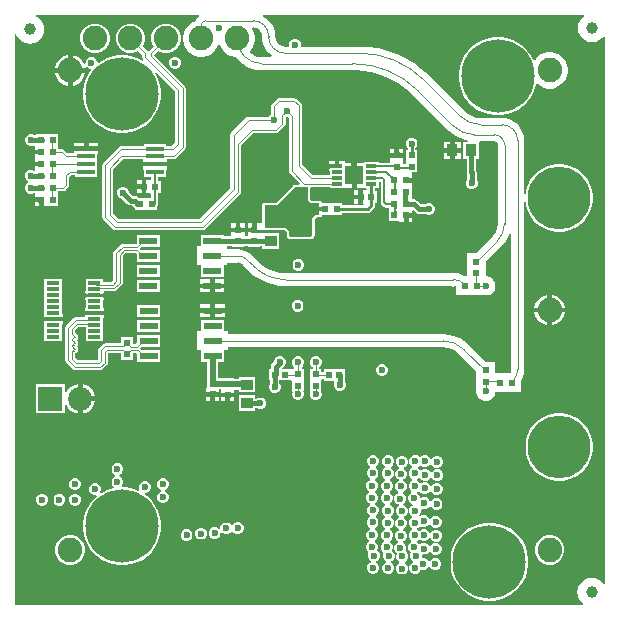
<source format=gbl>
G04*
G04 #@! TF.GenerationSoftware,Altium Limited,Altium Designer,24.4.1 (13)*
G04*
G04 Layer_Physical_Order=6*
G04 Layer_Color=16711680*
%FSLAX44Y44*%
%MOMM*%
G71*
G04*
G04 #@! TF.SameCoordinates,5C204048-AA91-41EF-A6A1-2F145A8F5129*
G04*
G04*
G04 #@! TF.FilePolarity,Positive*
G04*
G01*
G75*
%ADD12C,0.5000*%
%ADD14C,0.2000*%
%ADD18R,0.5000X0.6000*%
%ADD19R,0.6000X0.5000*%
%ADD34R,0.9500X1.0000*%
%ADD35R,1.0000X0.9500*%
%ADD36R,0.6200X0.6000*%
%ADD38R,0.6000X0.6200*%
%ADD69C,0.1020*%
%ADD70C,0.1016*%
%ADD71C,1.0000*%
%ADD72C,0.3810*%
%ADD73C,0.4000*%
%ADD75C,0.2540*%
%ADD77R,2.0200X2.0200*%
%ADD78C,2.0200*%
%ADD79C,2.0900*%
%ADD80C,5.3000*%
%ADD81C,0.6000*%
%ADD82C,0.1010*%
%ADD83R,1.5000X0.4500*%
%ADD84R,1.5500X0.6000*%
%ADD85R,0.8500X0.3000*%
%ADD86R,1.6000X1.6000*%
%ADD87R,1.1000X0.3000*%
%ADD88C,6.2000*%
%ADD89R,0.6200X0.5700*%
%ADD90R,0.6000X0.5500*%
%ADD91C,0.1397*%
G36*
X486165Y502652D02*
X484350Y501259D01*
X482427Y498753D01*
X481218Y495834D01*
X480805Y492701D01*
X481218Y489568D01*
X482427Y486649D01*
X484350Y484142D01*
X486857Y482219D01*
X489776Y481010D01*
X492909Y480597D01*
X496041Y481010D01*
X498960Y482219D01*
X501467Y484142D01*
X502652Y485686D01*
X503922Y485255D01*
X503922Y22072D01*
X502652Y21641D01*
X501036Y23746D01*
X498529Y25670D01*
X495610Y26879D01*
X492478Y27291D01*
X489345Y26879D01*
X486426Y25670D01*
X483919Y23746D01*
X481996Y21240D01*
X480786Y18320D01*
X480374Y15188D01*
X480786Y12055D01*
X481996Y9136D01*
X483919Y6629D01*
X485588Y5348D01*
X485157Y4078D01*
X4919Y4078D01*
X4078Y5042D01*
X4078Y487769D01*
X5348Y488022D01*
X6354Y485593D01*
X8278Y483086D01*
X10785Y481162D01*
X13704Y479953D01*
X16836Y479541D01*
X19969Y479953D01*
X22888Y481162D01*
X25395Y483086D01*
X27318Y485593D01*
X28528Y488512D01*
X28940Y491645D01*
X28528Y494777D01*
X27318Y497696D01*
X25395Y500203D01*
X22888Y502127D01*
X21621Y502651D01*
X21874Y503921D01*
X159754Y503922D01*
X160185Y502651D01*
X159146Y501854D01*
X157661Y499920D01*
X157164Y498720D01*
X154682Y497692D01*
X152151Y496001D01*
X149999Y493849D01*
X148308Y491318D01*
X147144Y488507D01*
X146550Y485522D01*
Y482478D01*
X147144Y479493D01*
X148308Y476682D01*
X149999Y474151D01*
X152151Y471999D01*
X154682Y470308D01*
X157493Y469144D01*
X160478Y468550D01*
X163522D01*
X166507Y469144D01*
X169318Y470308D01*
X171849Y471999D01*
X174001Y474151D01*
X175692Y476682D01*
X176313Y478181D01*
X177687D01*
X178308Y476682D01*
X179999Y474151D01*
X182151Y471999D01*
X184682Y470308D01*
X187493Y469144D01*
X190478Y468550D01*
X191317D01*
X191551Y468169D01*
X194296Y464955D01*
X197510Y462210D01*
X201113Y460002D01*
X205018Y458384D01*
X209128Y457398D01*
X213134Y457082D01*
X213341Y457041D01*
X289925D01*
X290302Y457116D01*
X298136Y456676D01*
X306245Y455299D01*
X314148Y453022D01*
X321746Y449874D01*
X328945Y445896D01*
X335652Y441137D01*
X340844Y436497D01*
X341717Y435588D01*
X341717Y435588D01*
X371338Y405967D01*
X371425Y405909D01*
X375046Y402816D01*
X379195Y400274D01*
X383690Y398412D01*
X388080Y397358D01*
X387930Y396088D01*
X383750D01*
Y382088D01*
X386685D01*
Y370764D01*
X386685Y370764D01*
X386949Y369437D01*
Y364257D01*
X386789Y364096D01*
X386028Y362258D01*
Y360269D01*
X386789Y358432D01*
X388195Y357025D01*
X390033Y356264D01*
X392022D01*
X393860Y357025D01*
X395266Y358432D01*
X396028Y360269D01*
Y362258D01*
X395266Y364096D01*
X395106Y364257D01*
Y370500D01*
X394842Y371826D01*
Y382088D01*
X397250D01*
Y395612D01*
X397250Y396088D01*
X398191Y396882D01*
X410000D01*
X410106Y396903D01*
X411215Y396682D01*
X412244Y395994D01*
X412932Y394965D01*
X413153Y393856D01*
X413132Y393750D01*
Y327021D01*
X413195Y326704D01*
X412744Y323280D01*
X411300Y319794D01*
X409199Y317055D01*
X408932Y316877D01*
X408931Y316875D01*
X408929Y316874D01*
X394555Y302500D01*
X387000D01*
Y287500D01*
Y282430D01*
X385567D01*
X382588Y284023D01*
X379123Y285074D01*
X375732Y285408D01*
X375536Y285447D01*
X375536Y285447D01*
X375532Y285448D01*
X375531Y285448D01*
X375522D01*
X375521Y285448D01*
X375518Y285447D01*
X375514Y285448D01*
X233382D01*
X233090Y285390D01*
X228314Y285766D01*
X223371Y286952D01*
X218675Y288898D01*
X214341Y291553D01*
X210698Y294665D01*
X210533Y294912D01*
X204972Y300472D01*
X204753Y300619D01*
X202374Y302572D01*
X199429Y304146D01*
X196235Y305115D01*
X193171Y305417D01*
X192912Y305468D01*
X184000D01*
Y307850D01*
X185012Y308472D01*
X188067D01*
Y307550D01*
X198267D01*
Y308472D01*
X201678D01*
Y307550D01*
X211878D01*
Y308472D01*
X213624D01*
Y305800D01*
X227624D01*
Y319300D01*
X213624D01*
Y319300D01*
X212418Y319456D01*
Y321644D01*
X213624Y321800D01*
X213688Y321800D01*
X215176D01*
X215625Y321711D01*
X231239D01*
X232450Y321692D01*
X234336Y319807D01*
Y317394D01*
X234491Y316614D01*
X234933Y315952D01*
X236327Y314558D01*
X236989Y314116D01*
X237769Y313961D01*
X254625D01*
X254625Y313961D01*
X255405Y314116D01*
X256067Y314558D01*
X256067Y314558D01*
X257317Y315808D01*
X257759Y316470D01*
X257914Y317250D01*
Y330805D01*
X259570Y332461D01*
X261960D01*
X262740Y332616D01*
X263402Y333058D01*
X263844Y333720D01*
X263999Y334500D01*
X271500D01*
Y334500D01*
X272500D01*
Y334500D01*
X281500D01*
Y336166D01*
X303000D01*
X304276Y336420D01*
X305357Y337142D01*
X308458Y340243D01*
X309180Y341324D01*
X309434Y342600D01*
Y344650D01*
X311100D01*
Y354850D01*
X309248D01*
Y357275D01*
X312164D01*
Y362717D01*
X313941D01*
Y345250D01*
X313941Y345250D01*
X314174Y344080D01*
X314837Y343087D01*
X316337Y341587D01*
X316337Y341587D01*
X317329Y340924D01*
X318500Y340691D01*
X321000D01*
Y329250D01*
X329414Y329250D01*
X330460Y328710D01*
X331046Y328710D01*
X333500D01*
Y334250D01*
X335500D01*
Y336250D01*
X340540D01*
Y337899D01*
X341713Y338385D01*
X343482Y336616D01*
X343482Y336616D01*
X344805Y335732D01*
X346366Y335422D01*
X351757D01*
X351918Y335261D01*
X353755Y334500D01*
X355745D01*
X357582Y335261D01*
X358989Y336668D01*
X359750Y338505D01*
Y340495D01*
X358989Y342332D01*
X357582Y343739D01*
X355745Y344500D01*
X353755D01*
X351918Y343739D01*
X351757Y343578D01*
X348055D01*
X345000Y346634D01*
X343677Y347518D01*
X342116Y347828D01*
X342116Y347828D01*
X340841D01*
X340000Y348750D01*
Y349236D01*
X340000D01*
Y358210D01*
X340290D01*
Y361750D01*
X335250D01*
Y365750D01*
X340290D01*
Y369230D01*
X340290Y369290D01*
X340435Y370500D01*
X345000D01*
Y379230D01*
X345000Y379500D01*
Y380500D01*
X345000Y380770D01*
Y389500D01*
X343334D01*
Y391263D01*
X344239Y392168D01*
X345000Y394005D01*
Y395995D01*
X344239Y397832D01*
X342832Y399239D01*
X340995Y400000D01*
X339005D01*
X337168Y399239D01*
X335761Y397832D01*
X335000Y395995D01*
Y394005D01*
X335761Y392168D01*
X336666Y391263D01*
Y389500D01*
X335000D01*
Y380770D01*
X335000Y380500D01*
Y379500D01*
X335000Y379230D01*
Y377309D01*
X333398D01*
X332500Y378207D01*
X332500Y378914D01*
X333040Y379960D01*
X333040Y380546D01*
Y383000D01*
X327500D01*
X321960D01*
Y380546D01*
X321960Y379960D01*
X321612Y378834D01*
X312164D01*
Y379275D01*
X299664D01*
Y378815D01*
X293414D01*
Y376449D01*
X293526Y376326D01*
X293671Y376242D01*
X293832Y376214D01*
X293414D01*
Y368275D01*
Y357735D01*
X299664D01*
Y357275D01*
X301612D01*
X302047Y356660D01*
X301390Y355390D01*
X298900D01*
Y349750D01*
Y344110D01*
X299578D01*
X300257Y342840D01*
X300253Y342834D01*
X281500D01*
Y344500D01*
X272500D01*
Y344500D01*
X271500D01*
Y344500D01*
X263999D01*
Y344650D01*
X263844Y345430D01*
X263402Y346092D01*
X262740Y346534D01*
X261960Y346689D01*
X255887D01*
X254414Y347970D01*
Y357647D01*
X254414Y357648D01*
X254876Y358211D01*
X270664D01*
Y357275D01*
X283164D01*
Y357735D01*
X289414D01*
Y368275D01*
Y376214D01*
X288323D01*
X288485Y376242D01*
X288629Y376326D01*
X288757Y376465D01*
X288867Y376660D01*
X288960Y376911D01*
X289037Y377217D01*
X289096Y377579D01*
X289139Y377997D01*
X289167Y378815D01*
X283704D01*
Y379815D01*
X278914D01*
Y375775D01*
X276914D01*
Y374276D01*
X270663D01*
Y373775D01*
X270124D01*
Y371735D01*
X270664D01*
Y368335D01*
X256285D01*
X247309Y377310D01*
Y427250D01*
X247114Y428229D01*
X246560Y429060D01*
X242560Y433060D01*
X241729Y433614D01*
X240750Y433809D01*
X228000D01*
X227021Y433614D01*
X226190Y433060D01*
X221563Y428432D01*
X221008Y427602D01*
X220813Y426623D01*
Y419640D01*
X220540Y419527D01*
X219134Y418120D01*
X219021Y417847D01*
X202038D01*
X201059Y417652D01*
X200228Y417098D01*
X187468Y404337D01*
X186913Y403507D01*
X186718Y402528D01*
Y357181D01*
X160866Y331329D01*
X91869D01*
X87309Y335889D01*
Y373609D01*
X95330Y381630D01*
X112578D01*
Y379689D01*
X132658D01*
Y381901D01*
X138500D01*
X139479Y382096D01*
X140310Y382650D01*
X148060Y390400D01*
X148614Y391231D01*
X148809Y392210D01*
Y442000D01*
X148614Y442979D01*
X148060Y443810D01*
X121867Y470002D01*
Y470248D01*
X125180Y473561D01*
X127194Y472398D01*
X130361Y471550D01*
X133639D01*
X136805Y472398D01*
X139644Y474038D01*
X141962Y476356D01*
X143602Y479194D01*
X144450Y482361D01*
Y485639D01*
X143602Y488806D01*
X141962Y491645D01*
X139644Y493963D01*
X136805Y495602D01*
X133639Y496450D01*
X130361D01*
X127194Y495602D01*
X124355Y493963D01*
X122037Y491645D01*
X120398Y488806D01*
X119550Y485639D01*
Y482361D01*
X120398Y479194D01*
X121561Y477180D01*
X117828Y473447D01*
X117080Y473219D01*
X116184Y473436D01*
X112439Y477180D01*
X113602Y479194D01*
X114450Y482361D01*
Y485639D01*
X113602Y488806D01*
X111962Y491645D01*
X109644Y493963D01*
X106805Y495602D01*
X103639Y496450D01*
X100361D01*
X97194Y495602D01*
X94355Y493963D01*
X92037Y491645D01*
X90398Y488806D01*
X89550Y485639D01*
Y482361D01*
X90398Y479194D01*
X92037Y476356D01*
X94355Y474038D01*
X97194Y472398D01*
X100361Y471550D01*
X103639D01*
X106805Y472398D01*
X108820Y473561D01*
X112191Y470190D01*
Y468142D01*
X112386Y467163D01*
X112940Y466333D01*
X113015Y466258D01*
X112296Y465224D01*
X107668Y467582D01*
X102727Y469187D01*
X97597Y470000D01*
X92403D01*
X87272Y469187D01*
X82332Y467582D01*
X77704Y465224D01*
X75132Y463355D01*
X74000Y463932D01*
Y464245D01*
X73239Y466082D01*
X71832Y467489D01*
X69995Y468250D01*
X68005D01*
X66168Y467489D01*
X64761Y466082D01*
X64000Y464245D01*
Y463003D01*
X62730Y462663D01*
X61395Y464976D01*
X58976Y467395D01*
X56014Y469105D01*
X53000Y469912D01*
Y459000D01*
X63912D01*
X63863Y459186D01*
X64017Y459366D01*
X65749Y459430D01*
X66168Y459011D01*
X68005Y458250D01*
X68250D01*
X68827Y457118D01*
X66776Y454296D01*
X64418Y449668D01*
X62812Y444728D01*
X62000Y439597D01*
Y434403D01*
X62812Y429272D01*
X64418Y424332D01*
X66776Y419704D01*
X69829Y415502D01*
X73502Y411829D01*
X77704Y408776D01*
X82332Y406418D01*
X87272Y404813D01*
X92403Y404000D01*
X97597D01*
X102727Y404813D01*
X107668Y406418D01*
X112296Y408776D01*
X116498Y411829D01*
X120171Y415502D01*
X123224Y419704D01*
X125582Y424332D01*
X127187Y429272D01*
X128000Y434403D01*
Y439597D01*
X127187Y444728D01*
X125582Y449668D01*
X123224Y454296D01*
X124258Y455015D01*
X139941Y439332D01*
Y396020D01*
X137169Y393248D01*
X132118D01*
Y394939D01*
X113118D01*
Y392895D01*
X94086D01*
X93107Y392701D01*
X92277Y392146D01*
X78940Y378810D01*
X78386Y377979D01*
X78191Y377000D01*
Y332365D01*
X78386Y331385D01*
X78940Y330555D01*
X86845Y322650D01*
X87675Y322096D01*
X88655Y321901D01*
X163710D01*
X164689Y322096D01*
X165520Y322650D01*
X194722Y351853D01*
X195277Y352683D01*
X195472Y353662D01*
X195472Y353663D01*
Y393352D01*
X206031Y403912D01*
X225288D01*
X226267Y404107D01*
X227098Y404661D01*
X232560Y410123D01*
X233114Y410953D01*
X233309Y411933D01*
Y417627D01*
X233403Y417690D01*
X235392D01*
X235941Y416543D01*
Y371597D01*
X236136Y370617D01*
X236690Y369787D01*
X245233Y361245D01*
X244747Y360071D01*
X241509D01*
X240729Y359916D01*
X240068Y359474D01*
X240068Y359474D01*
X239928Y359334D01*
X239928Y359334D01*
X225467Y344873D01*
X215625D01*
X214845Y344718D01*
X214183Y344276D01*
X213741Y343614D01*
X213586Y342834D01*
Y327537D01*
X212418Y327290D01*
X212316Y327290D01*
X208778D01*
Y321750D01*
X206778D01*
Y319750D01*
X201138D01*
Y316628D01*
X198807D01*
Y319750D01*
X193167D01*
X187527D01*
Y316628D01*
X181000D01*
Y317550D01*
X161500D01*
Y307850D01*
X158500D01*
Y291850D01*
X161500D01*
Y282150D01*
X181000D01*
Y291850D01*
X184000D01*
Y294232D01*
X192912D01*
X193150Y294279D01*
X195176Y293876D01*
X196893Y292729D01*
X197027Y292528D01*
X201690Y287865D01*
X202588Y286967D01*
X202588Y286967D01*
X202588Y286967D01*
X202681Y286905D01*
X206880Y283223D01*
X211615Y280059D01*
X216722Y277540D01*
X222114Y275710D01*
X227699Y274599D01*
X233271Y274234D01*
X233382Y274212D01*
Y274212D01*
X233382Y274212D01*
X374368D01*
X375479Y273827D01*
X375514Y273812D01*
X376784Y274089D01*
X377408Y274007D01*
X378000Y273761D01*
Y266430D01*
X404053D01*
X406088Y266976D01*
X407912Y268029D01*
X409402Y269518D01*
X410455Y271343D01*
X411000Y273377D01*
Y275484D01*
X410455Y277518D01*
X409402Y279343D01*
X407912Y280832D01*
X406088Y281885D01*
X404053Y282430D01*
X403000D01*
Y295055D01*
X416874Y308929D01*
X416885Y308918D01*
X416889Y308923D01*
X417125Y309211D01*
X417667Y309871D01*
Y309871D01*
X417667Y309871D01*
X420069Y312798D01*
X422434Y317224D01*
X422862Y318633D01*
X424132Y318445D01*
X424132Y203963D01*
X424175Y203745D01*
X423841Y201204D01*
X423549Y200500D01*
X411000D01*
Y210344D01*
X402695D01*
X388556Y224483D01*
X388469Y224541D01*
X384848Y227634D01*
X380699Y230176D01*
X376204Y232038D01*
X371473Y233174D01*
X366726Y233547D01*
X366623Y233568D01*
X184250D01*
Y235950D01*
X181250D01*
Y245650D01*
X161750D01*
Y235950D01*
X158750D01*
Y219950D01*
X161750D01*
Y210250D01*
X166929D01*
Y196700D01*
X166418D01*
Y188040D01*
X165877D01*
Y184500D01*
X171517D01*
X177157D01*
Y186937D01*
X178767D01*
Y184150D01*
X184407D01*
X190047D01*
Y186564D01*
X193650D01*
Y184205D01*
X207650D01*
Y197705D01*
X193650D01*
Y195741D01*
X189507D01*
Y196350D01*
X179307D01*
Y196113D01*
X176618D01*
Y196700D01*
X176106D01*
Y210250D01*
X181250D01*
Y219950D01*
X184250D01*
Y222332D01*
X366623D01*
X366880Y222383D01*
X370497Y222027D01*
X374223Y220897D01*
X377656Y219062D01*
X380465Y216756D01*
X380611Y216538D01*
X395000Y202149D01*
Y195344D01*
Y184037D01*
X395545Y182003D01*
X396599Y180179D01*
X398088Y178689D01*
X399912Y177636D01*
X401947Y177091D01*
X404053D01*
X406088Y177636D01*
X407912Y178689D01*
X409402Y180179D01*
X410455Y182003D01*
X411000Y184037D01*
Y184500D01*
X432500D01*
Y193360D01*
X433704Y195612D01*
X434946Y199706D01*
X435362Y203934D01*
X435368Y203963D01*
X435368Y345787D01*
X436638Y345886D01*
X437202Y342326D01*
X438588Y338060D01*
X440625Y334063D01*
X443261Y330434D01*
X446433Y327261D01*
X450063Y324625D01*
X454060Y322588D01*
X458326Y321202D01*
X462757Y320500D01*
X467243D01*
X471674Y321202D01*
X475940Y322588D01*
X479937Y324625D01*
X483567Y327261D01*
X486739Y330434D01*
X489375Y334063D01*
X491412Y338060D01*
X492798Y342326D01*
X493500Y346757D01*
Y351243D01*
X492798Y355674D01*
X491412Y359940D01*
X489375Y363937D01*
X486739Y367566D01*
X483567Y370739D01*
X479937Y373375D01*
X475940Y375412D01*
X471674Y376798D01*
X467243Y377500D01*
X462757D01*
X458326Y376798D01*
X454060Y375412D01*
X450063Y373375D01*
X446433Y370739D01*
X443261Y367566D01*
X440625Y363937D01*
X438588Y359940D01*
X437202Y355674D01*
X436638Y352114D01*
X435368Y352214D01*
X435368Y397939D01*
X435332Y398119D01*
X434991Y401580D01*
X433929Y405080D01*
X432205Y408307D01*
X429884Y411134D01*
X427057Y413455D01*
X423830Y415179D01*
X420330Y416241D01*
X416869Y416582D01*
X416689Y416618D01*
X398797D01*
X398540Y416567D01*
X394923Y416923D01*
X391197Y418053D01*
X387764Y419888D01*
X384955Y422194D01*
X384809Y422412D01*
X354438Y452783D01*
X354393Y452813D01*
X348391Y458252D01*
X341843Y463109D01*
X334850Y467300D01*
X327480Y470786D01*
X319804Y473533D01*
X311896Y475514D01*
X303831Y476710D01*
X295741Y477108D01*
X295688Y477118D01*
X246926D01*
X246500Y477756D01*
Y479745D01*
X245739Y481582D01*
X244332Y482989D01*
X242495Y483750D01*
X240505D01*
X238668Y482989D01*
X237261Y481582D01*
X236500Y479745D01*
Y477756D01*
X236074Y477118D01*
X232963D01*
X232803Y477086D01*
X230789Y477351D01*
X228764Y478190D01*
X227025Y479525D01*
X225690Y481264D01*
X224851Y483289D01*
X224586Y485303D01*
X224618Y485463D01*
Y486000D01*
X224582Y486183D01*
X224242Y489629D01*
X223184Y493118D01*
X221465Y496333D01*
X219152Y499152D01*
X216333Y501465D01*
X214113Y502651D01*
X214432Y503922D01*
X485734Y503922D01*
X486165Y502652D01*
D02*
G37*
G36*
X207922Y493173D02*
X209713Y492432D01*
X211251Y491251D01*
X212432Y489713D01*
X213174Y487922D01*
X213409Y486135D01*
X213382Y486000D01*
Y485463D01*
X213409Y485326D01*
X213772Y481645D01*
X214885Y477975D01*
X216693Y474592D01*
X219127Y471627D01*
X221661Y469547D01*
X221207Y468277D01*
X213341D01*
X213150Y468239D01*
X210262Y468523D01*
X207302Y469421D01*
X204574Y470879D01*
X203193Y472013D01*
X203131Y473281D01*
X204001Y474151D01*
X205692Y476682D01*
X206856Y479493D01*
X207450Y482478D01*
Y485522D01*
X206856Y488507D01*
X205692Y491318D01*
X205061Y492262D01*
X205660Y493382D01*
X206000D01*
X206135Y493409D01*
X207922Y493173D01*
D02*
G37*
G36*
X310153Y372156D02*
X310213Y372076D01*
X310313Y372005D01*
X310453Y371944D01*
X310633Y371893D01*
X310853Y371851D01*
X311113Y371818D01*
X311753Y371780D01*
X312133Y371775D01*
Y369775D01*
X311753Y369771D01*
X310853Y369700D01*
X310633Y369658D01*
X310453Y369606D01*
X310313Y369545D01*
X310213Y369475D01*
X310153Y369395D01*
X310133Y369306D01*
Y372245D01*
X310153Y372156D01*
D02*
G37*
G36*
X323441Y367488D02*
X324176Y366866D01*
X324501Y366639D01*
X324798Y366469D01*
X325067Y366356D01*
X325307Y366300D01*
X325519D01*
X325703Y366356D01*
X325859Y366469D01*
X323031Y363641D01*
X323144Y363797D01*
X323200Y363980D01*
Y364193D01*
X323144Y364433D01*
X323031Y364702D01*
X322861Y364999D01*
X322635Y365324D01*
X322352Y365678D01*
X321616Y366469D01*
X323031Y367884D01*
X323441Y367488D01*
D02*
G37*
G36*
X327810Y361041D02*
X327640Y360980D01*
X327490Y360878D01*
X327360Y360736D01*
X327250Y360553D01*
X327160Y360330D01*
X327090Y360066D01*
X327040Y359762D01*
X327010Y359416D01*
X327000Y359030D01*
X325000D01*
X324990Y359416D01*
X324960Y359762D01*
X324910Y360066D01*
X324840Y360330D01*
X324750Y360553D01*
X324640Y360736D01*
X324510Y360878D01*
X324360Y360980D01*
X324190Y361041D01*
X324000Y361061D01*
X328000D01*
X327810Y361041D01*
D02*
G37*
G36*
X327010Y358569D02*
X327040Y358224D01*
X327090Y357920D01*
X327160Y357656D01*
X327250Y357432D01*
X327360Y357250D01*
X327490Y357108D01*
X327640Y357006D01*
X327810Y356945D01*
X328000Y356925D01*
X324000D01*
X324190Y356945D01*
X324360Y357006D01*
X324510Y357108D01*
X324640Y357250D01*
X324750Y357432D01*
X324840Y357656D01*
X324910Y357920D01*
X324960Y358224D01*
X324990Y358569D01*
X325000Y358955D01*
X327000D01*
X327010Y358569D01*
D02*
G37*
G36*
X323311Y341750D02*
X323291Y341940D01*
X323230Y342110D01*
X323128Y342260D01*
X322986Y342390D01*
X322803Y342500D01*
X322580Y342590D01*
X322316Y342660D01*
X322011Y342710D01*
X321666Y342740D01*
X321281Y342750D01*
Y344750D01*
X321666Y344760D01*
X322011Y344790D01*
X322316Y344840D01*
X322580Y344910D01*
X322803Y345000D01*
X322986Y345110D01*
X323128Y345240D01*
X323230Y345390D01*
X323291Y345560D01*
X323311Y345750D01*
Y341750D01*
D02*
G37*
G36*
X328060Y341041D02*
X327890Y340980D01*
X327740Y340878D01*
X327610Y340736D01*
X327500Y340553D01*
X327410Y340330D01*
X327340Y340066D01*
X327290Y339762D01*
X327260Y339416D01*
X327250Y339030D01*
X325250D01*
X325240Y339416D01*
X325210Y339762D01*
X325160Y340066D01*
X325090Y340330D01*
X325000Y340553D01*
X324890Y340736D01*
X324760Y340878D01*
X324610Y340980D01*
X324440Y341041D01*
X324250Y341061D01*
X328250D01*
X328060Y341041D01*
D02*
G37*
G36*
X327260Y338584D02*
X327290Y338239D01*
X327340Y337934D01*
X327410Y337670D01*
X327500Y337447D01*
X327610Y337264D01*
X327740Y337122D01*
X327890Y337020D01*
X328060Y336959D01*
X328250Y336939D01*
X324250D01*
X324440Y336959D01*
X324610Y337020D01*
X324760Y337122D01*
X324890Y337264D01*
X325000Y337447D01*
X325090Y337670D01*
X325160Y337934D01*
X325210Y338239D01*
X325240Y338584D01*
X325250Y338970D01*
X327250D01*
X327260Y338584D01*
D02*
G37*
G36*
X252375Y357648D02*
Y347040D01*
X255125Y344650D01*
X261960D01*
Y341500D01*
X267000D01*
Y337500D01*
X261960D01*
Y334500D01*
X258725D01*
X255875Y331650D01*
Y317250D01*
X254625Y316000D01*
X237769D01*
X236375Y317394D01*
Y320651D01*
X233307Y323719D01*
X233244D01*
X231255Y323750D01*
X215625D01*
Y342834D01*
X226311D01*
X241370Y357892D01*
X241509Y358032D01*
X251991D01*
X252375Y357648D01*
D02*
G37*
%LPC*%
G36*
X73639Y496450D02*
X70361D01*
X67194Y495602D01*
X64356Y493963D01*
X62038Y491645D01*
X60399Y488806D01*
X59550Y485639D01*
Y482361D01*
X60399Y479194D01*
X62038Y476356D01*
X64356Y474038D01*
X67194Y472398D01*
X70361Y471550D01*
X73639D01*
X76806Y472398D01*
X79644Y474038D01*
X81962Y476356D01*
X83602Y479194D01*
X84450Y482361D01*
Y485639D01*
X83602Y488806D01*
X81962Y491645D01*
X79644Y493963D01*
X76806Y495602D01*
X73639Y496450D01*
D02*
G37*
G36*
X49000Y469912D02*
X45986Y469105D01*
X43024Y467395D01*
X40605Y464976D01*
X38895Y462014D01*
X38088Y459000D01*
X49000D01*
Y469912D01*
D02*
G37*
G36*
X140744Y468508D02*
X138755D01*
X136918Y467747D01*
X135511Y466340D01*
X134750Y464503D01*
Y462514D01*
X135511Y460676D01*
X136918Y459269D01*
X138755Y458508D01*
X140744D01*
X142582Y459269D01*
X143989Y460676D01*
X144750Y462514D01*
Y464503D01*
X143989Y466340D01*
X142582Y467747D01*
X140744Y468508D01*
D02*
G37*
G36*
X49000Y455000D02*
X38088D01*
X38895Y451986D01*
X40605Y449024D01*
X43024Y446605D01*
X45986Y444895D01*
X49000Y444088D01*
Y455000D01*
D02*
G37*
G36*
X63912D02*
X53000D01*
Y444088D01*
X56014Y444895D01*
X58976Y446605D01*
X61395Y449024D01*
X63105Y451986D01*
X63912Y455000D01*
D02*
G37*
G36*
X415597Y485000D02*
X410403D01*
X405272Y484187D01*
X400332Y482582D01*
X395704Y480224D01*
X391502Y477171D01*
X387829Y473498D01*
X384776Y469296D01*
X382418Y464668D01*
X380813Y459728D01*
X380000Y454597D01*
Y449403D01*
X380813Y444272D01*
X382418Y439332D01*
X384776Y434704D01*
X387829Y430502D01*
X391502Y426829D01*
X395704Y423776D01*
X400332Y421418D01*
X405272Y419813D01*
X410403Y419000D01*
X415597D01*
X420728Y419813D01*
X425668Y421418D01*
X430296Y423776D01*
X434498Y426829D01*
X438171Y430502D01*
X441224Y434704D01*
X443582Y439332D01*
X445187Y444272D01*
X445336Y445214D01*
X446544Y445606D01*
X447151Y444999D01*
X449682Y443308D01*
X452493Y442144D01*
X455478Y441550D01*
X458522D01*
X461507Y442144D01*
X464318Y443308D01*
X466849Y444999D01*
X469001Y447151D01*
X470692Y449682D01*
X471856Y452493D01*
X472450Y455478D01*
Y458522D01*
X471856Y461507D01*
X470692Y464318D01*
X469001Y466849D01*
X466849Y469001D01*
X464318Y470692D01*
X461507Y471856D01*
X458522Y472450D01*
X455478D01*
X452493Y471856D01*
X449682Y470692D01*
X447151Y469001D01*
X444999Y466849D01*
X444263Y465746D01*
X442995Y465821D01*
X441224Y469296D01*
X438171Y473498D01*
X434498Y477171D01*
X430296Y480224D01*
X425668Y482582D01*
X420728Y484187D01*
X415597Y485000D01*
D02*
G37*
G36*
X32035Y402960D02*
X31035D01*
X30765Y402960D01*
X22035D01*
Y402069D01*
X20765Y402051D01*
X20618Y402199D01*
X18780Y402960D01*
X16791D01*
X14953Y402199D01*
X13547Y400792D01*
X12785Y398955D01*
Y396965D01*
X13547Y395128D01*
X14953Y393721D01*
X16791Y392960D01*
X18780D01*
X20337Y393605D01*
X21238Y393043D01*
X21460Y392800D01*
Y389710D01*
X26500D01*
Y385710D01*
X21460D01*
Y382170D01*
Y379710D01*
X26500D01*
Y375710D01*
X21460D01*
Y372519D01*
X20975Y372274D01*
X20271Y371974D01*
X18495Y372710D01*
X16505D01*
X14668Y371949D01*
X13261Y370542D01*
X12500Y368704D01*
Y366715D01*
X13261Y364878D01*
X14668Y363471D01*
X15148Y363272D01*
Y361898D01*
X14668Y361699D01*
X13261Y360292D01*
X12500Y358455D01*
Y356465D01*
X13261Y354628D01*
X14668Y353221D01*
X16505Y352460D01*
X18495D01*
X20271Y353196D01*
X20975Y352896D01*
X21460Y352651D01*
Y349460D01*
X26500D01*
Y347460D01*
X28500D01*
Y341920D01*
X31540D01*
X32586Y342460D01*
X41000Y342460D01*
Y351190D01*
X41000Y352460D01*
X41000D01*
Y352460D01*
X41000D01*
Y354901D01*
X45250D01*
X46229Y355096D01*
X47060Y355650D01*
X49310Y357900D01*
X49864Y358731D01*
X50059Y359710D01*
Y366961D01*
X51728Y368630D01*
X55118D01*
Y366939D01*
X74118D01*
Y373439D01*
Y385899D01*
X74658D01*
Y388689D01*
X54578D01*
Y386748D01*
X48331D01*
X45560Y389520D01*
X44729Y390074D01*
X43750Y390269D01*
X41000D01*
Y392710D01*
X41000D01*
X41035Y392960D01*
X41035D01*
X41035Y393965D01*
Y402960D01*
X32305D01*
X32035Y402960D01*
D02*
G37*
G36*
X74658Y395479D02*
X66618D01*
Y392689D01*
X74658D01*
Y395479D01*
D02*
G37*
G36*
X62618D02*
X54578D01*
Y392689D01*
X62618D01*
Y395479D01*
D02*
G37*
G36*
X381790Y396628D02*
X376500D01*
Y391088D01*
X381790D01*
Y396628D01*
D02*
G37*
G36*
X372500D02*
X367210D01*
Y391088D01*
X372500D01*
Y396628D01*
D02*
G37*
G36*
X333040Y390040D02*
X329500D01*
Y387000D01*
X333040D01*
Y390040D01*
D02*
G37*
G36*
X325500D02*
X321960D01*
Y387000D01*
X325500D01*
Y390040D01*
D02*
G37*
G36*
X381790Y387088D02*
X376500D01*
Y381548D01*
X381790D01*
Y387088D01*
D02*
G37*
G36*
X372500D02*
X367210D01*
Y381548D01*
X372500D01*
Y387088D01*
D02*
G37*
G36*
X274914Y379815D02*
X270124D01*
Y377775D01*
X274914D01*
Y379815D01*
D02*
G37*
G36*
X111425Y364018D02*
X107885D01*
Y360378D01*
X111425D01*
Y364018D01*
D02*
G37*
G36*
Y356378D02*
X107885D01*
Y352738D01*
X111425D01*
Y356378D01*
D02*
G37*
G36*
X294900Y355390D02*
X291360D01*
Y351750D01*
X294900D01*
Y355390D01*
D02*
G37*
G36*
X132658Y375689D02*
X112578D01*
Y372899D01*
X113118D01*
Y366939D01*
X119566D01*
Y365039D01*
X118965Y364018D01*
X115424D01*
Y358378D01*
Y352738D01*
X118965D01*
X119441Y351665D01*
Y348710D01*
X115770D01*
X115500Y348710D01*
X114500D01*
X114230Y348710D01*
X109268D01*
X108384Y349594D01*
X107061Y350478D01*
X105500Y350788D01*
X105500Y350788D01*
X103967D01*
X100610Y354145D01*
Y354372D01*
X99848Y356210D01*
X98442Y357617D01*
X96604Y358378D01*
X94615D01*
X92777Y357617D01*
X91371Y356210D01*
X90610Y354372D01*
Y352383D01*
X91371Y350546D01*
X92777Y349139D01*
X94615Y348378D01*
X94842D01*
X99394Y343826D01*
X99394Y343826D01*
X100717Y342942D01*
X102277Y342632D01*
X103636D01*
X103732Y342149D01*
X104616Y340826D01*
X105500Y340236D01*
Y338710D01*
X114230D01*
X114500Y338710D01*
X115500D01*
X115770Y338710D01*
X124500D01*
Y341438D01*
X124663Y341547D01*
X125326Y342539D01*
X125559Y343710D01*
Y353278D01*
X127625D01*
Y363478D01*
X125683D01*
Y366939D01*
X132118D01*
Y372899D01*
X132658D01*
Y375689D01*
D02*
G37*
G36*
X294900Y347750D02*
X291360D01*
Y344110D01*
X294900D01*
Y347750D01*
D02*
G37*
G36*
X24500Y345460D02*
X21460D01*
Y341920D01*
X24500D01*
Y345460D01*
D02*
G37*
G36*
X340540Y332250D02*
X337500D01*
Y328710D01*
X340540D01*
Y332250D01*
D02*
G37*
G36*
X198807Y327290D02*
X195167D01*
Y323750D01*
X198807D01*
Y327290D01*
D02*
G37*
G36*
X204778D02*
X201138D01*
Y323750D01*
X204778D01*
Y327290D01*
D02*
G37*
G36*
X191167D02*
X187527D01*
Y323750D01*
X191167D01*
Y327290D01*
D02*
G37*
G36*
X127000Y317550D02*
X107500D01*
Y311089D01*
X106492Y310082D01*
X95393D01*
X95393Y310082D01*
X95376D01*
X94398Y309887D01*
X93570Y309334D01*
X87931Y303695D01*
X87378Y302867D01*
X87183Y301889D01*
Y279285D01*
X85975Y278077D01*
X79000D01*
Y280000D01*
X64000D01*
Y270540D01*
X63460D01*
Y268500D01*
X64000D01*
Y268000D01*
X71500D01*
X79001D01*
Y268500D01*
X79540D01*
Y269923D01*
X87032D01*
X87059Y269928D01*
X88292D01*
X89269Y270123D01*
X90098Y270677D01*
X94583Y275162D01*
X95137Y275991D01*
X95331Y276968D01*
Y299607D01*
X97683Y301958D01*
X106680D01*
X107500Y301138D01*
Y294850D01*
X127000D01*
Y304850D01*
X111012D01*
X110480Y305382D01*
Y306709D01*
X111321Y307550D01*
X127000D01*
Y317550D01*
D02*
G37*
G36*
X245239Y297311D02*
X243250D01*
X241412Y296550D01*
X240006Y295143D01*
X239245Y293305D01*
Y291316D01*
X240006Y289479D01*
X241412Y288072D01*
X243250Y287311D01*
X245239D01*
X247077Y288072D01*
X248483Y289479D01*
X249245Y291316D01*
Y293305D01*
X248483Y295143D01*
X247077Y296550D01*
X245239Y297311D01*
D02*
G37*
G36*
X127000Y292150D02*
X107500D01*
Y282150D01*
X127000D01*
Y292150D01*
D02*
G37*
G36*
X181540Y279990D02*
X173250D01*
Y276450D01*
X181540D01*
Y279990D01*
D02*
G37*
G36*
X169250D02*
X160960D01*
Y276450D01*
X169250D01*
Y279990D01*
D02*
G37*
G36*
X127000Y279450D02*
X107500D01*
Y269450D01*
X127000D01*
Y279450D01*
D02*
G37*
G36*
X181540Y272450D02*
X173250D01*
Y268910D01*
X181540D01*
Y272450D01*
D02*
G37*
G36*
X169250D02*
X160960D01*
Y268910D01*
X169250D01*
Y272450D01*
D02*
G37*
G36*
X459000Y266912D02*
Y256000D01*
X469912D01*
X469105Y259014D01*
X467395Y261976D01*
X464976Y264395D01*
X462014Y266105D01*
X459000Y266912D01*
D02*
G37*
G36*
X455000Y266912D02*
X451986Y266105D01*
X449024Y264395D01*
X446605Y261976D01*
X444895Y259014D01*
X444088Y256000D01*
X455000D01*
Y266912D01*
D02*
G37*
G36*
X181790Y258890D02*
X173500D01*
Y255350D01*
X181790D01*
Y258890D01*
D02*
G37*
G36*
X169500D02*
X161210D01*
Y255350D01*
X169500D01*
Y258890D01*
D02*
G37*
G36*
X79001Y265001D02*
X71500D01*
X64000D01*
Y264500D01*
X63460D01*
Y262460D01*
X64000D01*
Y255540D01*
X63460D01*
Y253500D01*
X64000D01*
Y252999D01*
X71500D01*
X79001D01*
Y253500D01*
X79540D01*
Y255540D01*
X79000D01*
Y262460D01*
X79540D01*
Y264500D01*
X79001D01*
Y265001D01*
D02*
G37*
G36*
X244495Y262561D02*
X242505D01*
X240668Y261800D01*
X239261Y260393D01*
X238500Y258556D01*
Y256566D01*
X239261Y254729D01*
X240668Y253322D01*
X242505Y252561D01*
X244495D01*
X246332Y253322D01*
X247739Y254729D01*
X248500Y256566D01*
Y258556D01*
X247739Y260393D01*
X246332Y261800D01*
X244495Y262561D01*
D02*
G37*
G36*
X127250Y258350D02*
X107750D01*
Y248350D01*
X127250D01*
Y258350D01*
D02*
G37*
G36*
X44000Y280000D02*
X29000D01*
Y273000D01*
Y263000D01*
Y250540D01*
X28460D01*
Y248500D01*
X28999D01*
Y247999D01*
X36500D01*
X44000D01*
Y248500D01*
X44540D01*
Y250540D01*
X44000D01*
Y263000D01*
Y273000D01*
Y280000D01*
D02*
G37*
G36*
X181790Y251350D02*
X173500D01*
Y247810D01*
X181790D01*
Y251350D01*
D02*
G37*
G36*
X169500D02*
X161210D01*
Y247810D01*
X169500D01*
Y251350D01*
D02*
G37*
G36*
X469912Y252000D02*
X459000D01*
Y241088D01*
X462014Y241895D01*
X464976Y243605D01*
X467395Y246024D01*
X469105Y248986D01*
X469912Y252000D01*
D02*
G37*
G36*
X455000D02*
X444088D01*
X444895Y248986D01*
X446605Y246024D01*
X449024Y243605D01*
X451986Y241895D01*
X455000Y241088D01*
Y252000D01*
D02*
G37*
G36*
X127250Y245650D02*
X107750D01*
Y235650D01*
X127250D01*
Y245650D01*
D02*
G37*
G36*
X79001Y250000D02*
X71500D01*
X64000D01*
Y249500D01*
X63460D01*
Y248077D01*
X55773D01*
X54795Y247882D01*
X53967Y247329D01*
X47654Y241016D01*
X47100Y240187D01*
X46906Y239210D01*
Y211295D01*
X47100Y210317D01*
X47654Y209489D01*
X53239Y203904D01*
X54068Y203350D01*
X55045Y203156D01*
X76442D01*
X77419Y203350D01*
X78248Y203904D01*
X82096Y207752D01*
X82650Y208581D01*
X82844Y209558D01*
Y217622D01*
X82918Y217696D01*
X93900D01*
Y211800D01*
X104100D01*
Y217284D01*
X107098D01*
X107750Y216632D01*
Y210250D01*
X127250D01*
Y220250D01*
X111356D01*
X109984Y221622D01*
X111312Y222950D01*
X127250D01*
Y232950D01*
X107750D01*
Y226612D01*
X106642Y225504D01*
X104100D01*
Y231100D01*
X93900D01*
Y225844D01*
X80601D01*
X79623Y225650D01*
X78795Y225096D01*
X75444Y221745D01*
X74890Y220917D01*
X74696Y219939D01*
Y211875D01*
X74125Y211304D01*
X57362D01*
X55054Y213612D01*
Y217250D01*
X55588Y217356D01*
X56845Y218195D01*
X57685Y219452D01*
X57979Y220935D01*
Y220935D01*
Y220935D01*
X57979D01*
X57685Y222418D01*
X56945Y223525D01*
X57685Y224632D01*
X57979Y226115D01*
Y226115D01*
Y226115D01*
X57979D01*
X57685Y227598D01*
X56845Y228855D01*
X56772Y228904D01*
X57379Y229813D01*
X57674Y231295D01*
Y231295D01*
Y231295D01*
X57674D01*
X57379Y232778D01*
X56539Y234035D01*
X55282Y234875D01*
X55054Y234920D01*
Y236893D01*
X58090Y239928D01*
X64000D01*
Y228000D01*
X79000D01*
Y238000D01*
Y247460D01*
X79540D01*
Y249500D01*
X79001D01*
Y250000D01*
D02*
G37*
G36*
X44000Y245000D02*
X36500D01*
X28999D01*
Y244500D01*
X28460D01*
Y242460D01*
X29000D01*
Y238000D01*
Y228000D01*
X44000D01*
Y233000D01*
Y242460D01*
X44540D01*
Y244500D01*
X44000D01*
Y245000D01*
D02*
G37*
G36*
X244933Y214744D02*
X242944D01*
X241106Y213983D01*
X239700Y212576D01*
X238939Y210738D01*
Y208749D01*
X239700Y206912D01*
X240880Y205731D01*
X240612Y204666D01*
X240491Y204461D01*
X238755D01*
Y204288D01*
X237629Y203941D01*
Y203941D01*
X230800D01*
X230547Y205211D01*
X231256Y205505D01*
X232662Y206912D01*
X233424Y208749D01*
Y210738D01*
X232662Y212576D01*
X231256Y213983D01*
X229418Y214744D01*
X227429D01*
X225591Y213983D01*
X224185Y212576D01*
X223424Y210738D01*
Y209970D01*
X222245Y208792D01*
X221361Y207469D01*
X221051Y205908D01*
X221051Y205908D01*
Y203941D01*
X219129D01*
Y194441D01*
X220051D01*
Y191714D01*
X219890Y191553D01*
X219129Y189715D01*
Y187726D01*
X219890Y185889D01*
X221297Y184482D01*
X223134Y183721D01*
X225124D01*
X226961Y184482D01*
X228368Y185889D01*
X229129Y187726D01*
Y189715D01*
X228368Y191553D01*
X228207Y191714D01*
Y194441D01*
X237486D01*
X237629Y194441D01*
X238755Y194095D01*
Y185461D01*
X238755D01*
X239255Y184713D01*
X238939Y183950D01*
Y181961D01*
X239700Y180123D01*
X241106Y178716D01*
X242944Y177955D01*
X244933D01*
X246771Y178716D01*
X248178Y180123D01*
X248939Y181961D01*
Y183950D01*
X248482Y185052D01*
X248755Y185461D01*
X248755D01*
Y194191D01*
X248755Y194461D01*
Y195461D01*
X248755Y195731D01*
Y204461D01*
X247387D01*
X247266Y204666D01*
X246997Y205731D01*
X248178Y206912D01*
X248939Y208749D01*
Y210738D01*
X248178Y212576D01*
X246771Y213983D01*
X244933Y214744D01*
D02*
G37*
G36*
X315995Y208311D02*
X314006D01*
X312168Y207550D01*
X310761Y206143D01*
X310000Y204306D01*
Y202316D01*
X310761Y200479D01*
X312168Y199072D01*
X314006Y198311D01*
X315995D01*
X317832Y199072D01*
X319239Y200479D01*
X320000Y202316D01*
Y204306D01*
X319239Y206143D01*
X317832Y207550D01*
X315995Y208311D01*
D02*
G37*
G36*
X259933Y214744D02*
X257944D01*
X256106Y213983D01*
X254700Y212576D01*
X253939Y210738D01*
Y208749D01*
X254700Y206912D01*
X256106Y205505D01*
X256382Y205391D01*
Y204191D01*
X253755D01*
Y195461D01*
X253755Y195191D01*
Y194191D01*
X253755Y193921D01*
Y185191D01*
X253755D01*
X254250Y184451D01*
X253939Y183700D01*
Y181710D01*
X254700Y179873D01*
X256106Y178466D01*
X257944Y177705D01*
X259933D01*
X261771Y178466D01*
X263178Y179873D01*
X263939Y181710D01*
Y183700D01*
X263487Y184790D01*
X263755Y185191D01*
X263755D01*
Y193921D01*
X263755Y194191D01*
Y195191D01*
X264235Y195874D01*
X265505Y195473D01*
Y194191D01*
X273962D01*
X274712Y192921D01*
X274206Y191700D01*
Y189711D01*
X274967Y187873D01*
X276374Y186466D01*
X278212Y185705D01*
X280201D01*
X282038Y186466D01*
X283445Y187873D01*
X284206Y189711D01*
Y191700D01*
X283700Y192921D01*
X284006Y194191D01*
X284005D01*
Y203691D01*
X265505D01*
Y201498D01*
X263755D01*
Y204191D01*
X261496D01*
Y205391D01*
X261771Y205505D01*
X263178Y206912D01*
X263939Y208749D01*
Y210738D01*
X263178Y212576D01*
X261771Y213983D01*
X259933Y214744D01*
D02*
G37*
G36*
X57650Y191550D02*
X54771Y190779D01*
X51889Y189114D01*
X49535Y186761D01*
X47871Y183879D01*
X47620Y182941D01*
X46350Y183108D01*
Y191100D01*
X22150D01*
Y166900D01*
X46350D01*
Y174892D01*
X47620Y175059D01*
X47871Y174121D01*
X49535Y171239D01*
X51889Y168885D01*
X54771Y167221D01*
X57650Y166450D01*
Y179000D01*
Y191550D01*
D02*
G37*
G36*
X61650D02*
Y181000D01*
X72200D01*
X71429Y183879D01*
X69764Y186761D01*
X67411Y189114D01*
X64529Y190779D01*
X61650Y191550D01*
D02*
G37*
G36*
X177157Y180500D02*
X173517D01*
Y176960D01*
X177157D01*
Y180500D01*
D02*
G37*
G36*
X169517D02*
X165877D01*
Y176960D01*
X169517D01*
Y180500D01*
D02*
G37*
G36*
X190047Y180150D02*
X186407D01*
Y176610D01*
X190047D01*
Y180150D01*
D02*
G37*
G36*
X182407D02*
X178767D01*
Y176610D01*
X182407D01*
Y180150D01*
D02*
G37*
G36*
X207650Y181705D02*
X193650D01*
Y168205D01*
X207650D01*
Y170877D01*
X209007D01*
X209168Y170716D01*
X211005Y169955D01*
X212995D01*
X214832Y170716D01*
X216239Y172123D01*
X217000Y173960D01*
Y175950D01*
X216239Y177787D01*
X214832Y179194D01*
X212995Y179955D01*
X211005D01*
X209168Y179194D01*
X209007Y179033D01*
X207650D01*
Y181705D01*
D02*
G37*
G36*
X72200Y177000D02*
X61650D01*
Y166450D01*
X64529Y167221D01*
X67411Y168885D01*
X69764Y171239D01*
X71429Y174121D01*
X72200Y177000D01*
D02*
G37*
G36*
X352156Y131070D02*
X350167D01*
X348329Y130309D01*
X347171Y129150D01*
X346082Y130239D01*
X344245Y131000D01*
X342255D01*
X340418Y130239D01*
X339011Y128832D01*
X338250Y126995D01*
Y125005D01*
X339011Y123168D01*
X340418Y121761D01*
X340648Y121666D01*
Y120291D01*
X339918Y119989D01*
X338511Y118582D01*
X337750Y116745D01*
Y114755D01*
X338511Y112918D01*
X339918Y111511D01*
X340804Y111144D01*
Y109769D01*
X339738Y109328D01*
X338331Y107921D01*
X337570Y106083D01*
Y104094D01*
X338331Y102256D01*
X339738Y100850D01*
X339968Y100755D01*
Y99380D01*
X339238Y99078D01*
X337831Y97671D01*
X337070Y95833D01*
Y93844D01*
X337831Y92007D01*
X339238Y90600D01*
X340717Y89987D01*
X340844Y88669D01*
X340843Y88665D01*
X340418Y88489D01*
X339011Y87082D01*
X338250Y85245D01*
Y83255D01*
X339011Y81418D01*
X340418Y80011D01*
X340648Y79916D01*
Y78541D01*
X339918Y78239D01*
X338511Y76832D01*
X337750Y74995D01*
Y73005D01*
X338511Y71168D01*
X339918Y69761D01*
X340804Y69394D01*
Y68019D01*
X339738Y67578D01*
X338331Y66171D01*
X337570Y64333D01*
Y62344D01*
X338331Y60507D01*
X339738Y59100D01*
X339968Y59005D01*
Y57630D01*
X339238Y57328D01*
X337831Y55921D01*
X337070Y54083D01*
Y52094D01*
X337831Y50257D01*
X339238Y48850D01*
X339044Y47555D01*
X338750Y46845D01*
Y44856D01*
X339511Y43018D01*
X340918Y41611D01*
X341148Y41516D01*
Y40142D01*
X340418Y39839D01*
X339011Y38433D01*
X338250Y36595D01*
Y34606D01*
X339011Y32768D01*
X340418Y31361D01*
X342255Y30600D01*
X344245D01*
X346082Y31361D01*
X347489Y32768D01*
X348247Y34598D01*
X348917Y34320D01*
X350906D01*
X352743Y35081D01*
X354150Y36488D01*
X354245Y36718D01*
X355620D01*
X355922Y35988D01*
X357329Y34581D01*
X359167Y33820D01*
X361156D01*
X362994Y34581D01*
X364400Y35988D01*
X365161Y37826D01*
Y39815D01*
X364400Y41652D01*
X362994Y43059D01*
X361156Y43820D01*
X359167D01*
X357329Y43059D01*
X355922Y41652D01*
X355827Y41422D01*
X354452D01*
X354150Y42152D01*
X352743Y43559D01*
X350906Y44320D01*
X349903D01*
X348847Y44811D01*
X348750Y45493D01*
Y45897D01*
X349111Y46914D01*
X349923Y47070D01*
X351156D01*
X352994Y47831D01*
X354400Y49238D01*
X354495Y49468D01*
X355870D01*
X356172Y48738D01*
X357579Y47331D01*
X359417Y46570D01*
X361406D01*
X363243Y47331D01*
X364650Y48738D01*
X365411Y50575D01*
Y52565D01*
X364650Y54402D01*
X363243Y55809D01*
X361406Y56570D01*
X359417D01*
X357579Y55809D01*
X356172Y54402D01*
X356077Y54172D01*
X354702D01*
X354400Y54902D01*
X352994Y56309D01*
X351156Y57070D01*
X349167D01*
X347329Y56309D01*
X346836Y55816D01*
X346309Y55921D01*
X344902Y57328D01*
X344672Y57423D01*
Y58798D01*
X345402Y59100D01*
X346676Y60374D01*
X347775Y59275D01*
X349612Y58513D01*
X351601D01*
X353439Y59275D01*
X354846Y60681D01*
X354941Y60911D01*
X356316D01*
X356618Y60181D01*
X358025Y58775D01*
X359862Y58014D01*
X361851D01*
X363689Y58775D01*
X365096Y60181D01*
X365857Y62019D01*
Y64008D01*
X365096Y65846D01*
X363689Y67252D01*
X361851Y68014D01*
X359862D01*
X358025Y67252D01*
X356618Y65846D01*
X356523Y65616D01*
X355148D01*
X354846Y66346D01*
X353439Y67752D01*
X351601Y68513D01*
X349612D01*
X347775Y67752D01*
X346501Y66479D01*
X345402Y67578D01*
X344516Y67945D01*
Y69320D01*
X345582Y69761D01*
X346096Y70275D01*
X347329Y70831D01*
X348024Y70543D01*
X349167Y70070D01*
X351156D01*
X352994Y70831D01*
X354400Y72238D01*
X354495Y72468D01*
X355870D01*
X356172Y71738D01*
X357579Y70331D01*
X359417Y69570D01*
X361406D01*
X363243Y70331D01*
X364650Y71738D01*
X365411Y73576D01*
Y75565D01*
X364650Y77402D01*
X363243Y78809D01*
X361406Y79570D01*
X359417D01*
X357579Y78809D01*
X356172Y77402D01*
X356077Y77172D01*
X354702D01*
X354400Y77902D01*
X352994Y79309D01*
X351156Y80070D01*
X349167D01*
X347329Y79309D01*
X346816Y78796D01*
X346500Y78653D01*
X346311Y78731D01*
X346198Y79363D01*
X346216Y80145D01*
X347489Y81418D01*
X348250Y83255D01*
Y84636D01*
X349372Y85512D01*
X349423Y85524D01*
X349917Y85320D01*
X351906D01*
X353744Y86081D01*
X355150Y87488D01*
X355245Y87718D01*
X356620D01*
X356922Y86988D01*
X358329Y85581D01*
X360167Y84820D01*
X362156D01*
X363993Y85581D01*
X365400Y86988D01*
X366161Y88826D01*
Y90815D01*
X365400Y92652D01*
X363993Y94059D01*
X362156Y94820D01*
X360167D01*
X358329Y94059D01*
X356922Y92652D01*
X356827Y92422D01*
X355452D01*
X355150Y93152D01*
X353744Y94559D01*
X351906Y95320D01*
X349917D01*
X348340Y94667D01*
X347457Y95044D01*
X347070Y95346D01*
Y95833D01*
X346309Y97671D01*
X345030Y98950D01*
X345010Y99945D01*
X345060Y100346D01*
X345562Y100701D01*
X346871Y100362D01*
X346922Y100238D01*
X348329Y98831D01*
X350167Y98070D01*
X352156D01*
X353993Y98831D01*
X355400Y100238D01*
X355495Y100468D01*
X356870D01*
X357172Y99738D01*
X358579Y98331D01*
X360417Y97570D01*
X362406D01*
X364244Y98331D01*
X365650Y99738D01*
X366411Y101575D01*
Y103565D01*
X365650Y105402D01*
X364244Y106809D01*
X362406Y107570D01*
X360417D01*
X358579Y106809D01*
X357172Y105402D01*
X357077Y105172D01*
X355702D01*
X355400Y105902D01*
X353993Y107309D01*
X352156Y108070D01*
X350167D01*
X348329Y107309D01*
X348242Y107221D01*
X346996Y107469D01*
X346809Y107921D01*
X345402Y109328D01*
X344516Y109695D01*
Y111069D01*
X345582Y111511D01*
X346087Y112015D01*
X347332Y111768D01*
X347368Y111681D01*
X348775Y110275D01*
X350612Y109514D01*
X352601D01*
X354439Y110275D01*
X355846Y111681D01*
X355941Y111911D01*
X357316D01*
X357618Y111181D01*
X359025Y109775D01*
X360862Y109014D01*
X362851D01*
X364689Y109775D01*
X366096Y111181D01*
X366857Y113019D01*
Y115008D01*
X366096Y116846D01*
X364689Y118252D01*
X362851Y119014D01*
X360862D01*
X359025Y118252D01*
X357618Y116846D01*
X357523Y116616D01*
X356148D01*
X355846Y117346D01*
X354439Y118752D01*
X352601Y119514D01*
X350612D01*
X348775Y118752D01*
X348270Y118248D01*
X347025Y118496D01*
X346989Y118582D01*
X345582Y119989D01*
X345352Y120084D01*
Y121459D01*
X346082Y121761D01*
X347241Y122920D01*
X348329Y121831D01*
X350167Y121070D01*
X352156D01*
X353993Y121831D01*
X355400Y123238D01*
X355495Y123468D01*
X356870D01*
X357172Y122738D01*
X358579Y121331D01*
X360417Y120570D01*
X362406D01*
X364244Y121331D01*
X365650Y122738D01*
X366411Y124576D01*
Y126565D01*
X365650Y128402D01*
X364244Y129809D01*
X362406Y130570D01*
X360417D01*
X358579Y129809D01*
X357172Y128402D01*
X357077Y128172D01*
X355702D01*
X355400Y128902D01*
X353993Y130309D01*
X352156Y131070D01*
D02*
G37*
G36*
X467243Y166500D02*
X462757D01*
X458326Y165798D01*
X454060Y164412D01*
X450063Y162375D01*
X446433Y159739D01*
X443261Y156566D01*
X440625Y152937D01*
X438588Y148940D01*
X437202Y144674D01*
X436500Y140243D01*
Y135757D01*
X437202Y131326D01*
X438588Y127060D01*
X440625Y123063D01*
X443261Y119433D01*
X446433Y116261D01*
X450063Y113625D01*
X454060Y111588D01*
X458326Y110202D01*
X462757Y109500D01*
X467243D01*
X471674Y110202D01*
X475940Y111588D01*
X479937Y113625D01*
X483567Y116261D01*
X486739Y119433D01*
X489375Y123063D01*
X491412Y127060D01*
X492798Y131326D01*
X493500Y135757D01*
Y140243D01*
X492798Y144674D01*
X491412Y148940D01*
X489375Y152937D01*
X486739Y156566D01*
X483567Y159739D01*
X479937Y162375D01*
X475940Y164412D01*
X471674Y165798D01*
X467243Y166500D01*
D02*
G37*
G36*
X56084Y111500D02*
X54095D01*
X52257Y110739D01*
X50851Y109332D01*
X50090Y107495D01*
Y105505D01*
X50851Y103668D01*
X52257Y102261D01*
X54095Y101500D01*
X56084D01*
X57922Y102261D01*
X59328Y103668D01*
X60090Y105505D01*
Y107495D01*
X59328Y109332D01*
X57922Y110739D01*
X56084Y111500D01*
D02*
G37*
G36*
X92000Y124250D02*
X90011D01*
X88173Y123489D01*
X86767Y122082D01*
X86005Y120245D01*
Y118255D01*
X86767Y116418D01*
X88173Y115011D01*
X89254Y114563D01*
Y113189D01*
X88168Y112739D01*
X86761Y111332D01*
X86000Y109495D01*
Y107505D01*
X86761Y105668D01*
X87862Y104567D01*
X87577Y103236D01*
X87272Y103187D01*
X82332Y101582D01*
X77704Y99224D01*
X77505Y99079D01*
X76468Y99896D01*
X77036Y101267D01*
Y103256D01*
X76275Y105093D01*
X74868Y106500D01*
X73031Y107261D01*
X71041D01*
X69204Y106500D01*
X67797Y105093D01*
X67036Y103256D01*
Y101267D01*
X67797Y99429D01*
X69204Y98022D01*
X71041Y97261D01*
X72842D01*
X73370Y96476D01*
X73502Y96171D01*
X69829Y92498D01*
X66776Y88296D01*
X64418Y83668D01*
X62812Y78727D01*
X62000Y73597D01*
Y68403D01*
X62812Y63273D01*
X64418Y58332D01*
X66776Y53704D01*
X69829Y49502D01*
X73502Y45829D01*
X77704Y42776D01*
X82332Y40418D01*
X87272Y38813D01*
X92403Y38000D01*
X97597D01*
X102727Y38813D01*
X107668Y40418D01*
X112296Y42776D01*
X116498Y45829D01*
X120171Y49502D01*
X123224Y53704D01*
X125582Y58332D01*
X127187Y63273D01*
X128000Y68403D01*
Y73597D01*
X127187Y78727D01*
X125582Y83668D01*
X123224Y88296D01*
X120171Y92498D01*
X116498Y96171D01*
X114352Y97730D01*
X114765Y99000D01*
X115245D01*
X117082Y99761D01*
X118489Y101168D01*
X119250Y103005D01*
Y104995D01*
X118489Y106832D01*
X117082Y108239D01*
X115245Y109000D01*
X113255D01*
X111418Y108239D01*
X110011Y106832D01*
X109250Y104995D01*
Y103005D01*
X109672Y101986D01*
X108678Y101067D01*
X107668Y101582D01*
X102727Y103187D01*
X97597Y104000D01*
X95367D01*
X94841Y105270D01*
X95239Y105668D01*
X96000Y107505D01*
Y109495D01*
X95239Y111332D01*
X93832Y112739D01*
X92751Y113187D01*
Y114561D01*
X93838Y115011D01*
X95244Y116418D01*
X96005Y118255D01*
Y120245D01*
X95244Y122082D01*
X93838Y123489D01*
X92000Y124250D01*
D02*
G37*
G36*
X130495Y111500D02*
X128505D01*
X126668Y110739D01*
X125261Y109332D01*
X124500Y107495D01*
Y105505D01*
X125261Y103668D01*
X126668Y102261D01*
X128030Y101697D01*
X128040Y100327D01*
X126778Y99804D01*
X125371Y98397D01*
X124610Y96560D01*
Y94571D01*
X125371Y92733D01*
X126778Y91326D01*
X128615Y90565D01*
X130605D01*
X132442Y91326D01*
X133849Y92733D01*
X134610Y94571D01*
Y96560D01*
X133849Y98397D01*
X132442Y99804D01*
X131080Y100368D01*
X131070Y101738D01*
X132332Y102261D01*
X133739Y103668D01*
X134500Y105505D01*
Y107495D01*
X133739Y109332D01*
X132332Y110739D01*
X130495Y111500D01*
D02*
G37*
G36*
X56084Y98504D02*
X54095D01*
X52257Y97743D01*
X50851Y96336D01*
X50090Y94499D01*
Y92509D01*
X50851Y90672D01*
X52257Y89265D01*
X54095Y88504D01*
X56084D01*
X57922Y89265D01*
X59328Y90672D01*
X60090Y92509D01*
Y94499D01*
X59328Y96336D01*
X57922Y97743D01*
X56084Y98504D01*
D02*
G37*
G36*
X42910D02*
X40921D01*
X39083Y97743D01*
X37677Y96336D01*
X36916Y94499D01*
Y92509D01*
X37677Y90672D01*
X39083Y89265D01*
X40921Y88504D01*
X42910D01*
X44748Y89265D01*
X46154Y90672D01*
X46916Y92509D01*
Y94499D01*
X46154Y96336D01*
X44748Y97743D01*
X42910Y98504D01*
D02*
G37*
G36*
X28073D02*
X26083D01*
X24246Y97743D01*
X22839Y96336D01*
X22078Y94499D01*
Y92509D01*
X22839Y90672D01*
X24246Y89265D01*
X26083Y88504D01*
X28073D01*
X29910Y89265D01*
X31317Y90672D01*
X32078Y92509D01*
Y94499D01*
X31317Y96336D01*
X29910Y97743D01*
X28073Y98504D01*
D02*
G37*
G36*
X193900Y74250D02*
X191911D01*
X190073Y73489D01*
X188666Y72082D01*
X188616Y71960D01*
X187259Y72003D01*
X185971Y73291D01*
X184133Y74052D01*
X182144D01*
X180306Y73291D01*
X178900Y71885D01*
X178138Y70047D01*
Y68999D01*
X176868Y68473D01*
X176082Y69259D01*
X174245Y70020D01*
X172255D01*
X170418Y69259D01*
X169011Y67853D01*
X168250Y66015D01*
Y64026D01*
X169011Y62188D01*
X170418Y60782D01*
X172255Y60020D01*
X174245D01*
X176082Y60782D01*
X177489Y62188D01*
X178250Y64026D01*
Y65074D01*
X179520Y65600D01*
X180306Y64814D01*
X182144Y64052D01*
X184133D01*
X185971Y64814D01*
X187377Y66220D01*
X187428Y66342D01*
X188785Y66300D01*
X190073Y65011D01*
X191911Y64250D01*
X193900D01*
X195738Y65011D01*
X197144Y66418D01*
X197905Y68255D01*
Y70245D01*
X197144Y72082D01*
X195738Y73489D01*
X193900Y74250D01*
D02*
G37*
G36*
X162745Y69750D02*
X160755D01*
X158918Y68989D01*
X157511Y67582D01*
X156750Y65745D01*
Y63755D01*
X157511Y61918D01*
X158918Y60511D01*
X160755Y59750D01*
X162745D01*
X164582Y60511D01*
X165989Y61918D01*
X166750Y63755D01*
Y65745D01*
X165989Y67582D01*
X164582Y68989D01*
X162745Y69750D01*
D02*
G37*
G36*
X150495Y68250D02*
X148505D01*
X146668Y67489D01*
X145261Y66082D01*
X144500Y64245D01*
Y62255D01*
X145261Y60418D01*
X146668Y59011D01*
X148505Y58250D01*
X150495D01*
X152332Y59011D01*
X153739Y60418D01*
X154500Y62255D01*
Y64245D01*
X153739Y66082D01*
X152332Y67489D01*
X150495Y68250D01*
D02*
G37*
G36*
X458639Y63450D02*
X455361D01*
X452195Y62602D01*
X449356Y60963D01*
X447038Y58644D01*
X445398Y55806D01*
X444550Y52639D01*
Y49361D01*
X445398Y46195D01*
X447038Y43355D01*
X449356Y41038D01*
X452195Y39398D01*
X455361Y38550D01*
X458639D01*
X461805Y39398D01*
X464645Y41038D01*
X466963Y43355D01*
X468602Y46195D01*
X469450Y49361D01*
Y52639D01*
X468602Y55806D01*
X466963Y58644D01*
X464645Y60963D01*
X461805Y62602D01*
X458639Y63450D01*
D02*
G37*
G36*
X52639D02*
X49361D01*
X46195Y62602D01*
X43355Y60963D01*
X41038Y58644D01*
X39398Y55806D01*
X38550Y52639D01*
Y49361D01*
X39398Y46195D01*
X41038Y43355D01*
X43355Y41038D01*
X46195Y39398D01*
X49361Y38550D01*
X52639D01*
X55806Y39398D01*
X58644Y41038D01*
X60963Y43355D01*
X62602Y46195D01*
X63450Y49361D01*
Y52639D01*
X62602Y55806D01*
X60963Y58644D01*
X58644Y60963D01*
X55806Y62602D01*
X52639Y63450D01*
D02*
G37*
G36*
X308495Y131250D02*
X306505D01*
X304668Y130489D01*
X303261Y129082D01*
X302500Y127245D01*
Y125255D01*
X303261Y123418D01*
X304668Y122011D01*
X304898Y121916D01*
Y120541D01*
X304168Y120239D01*
X302761Y118832D01*
X302000Y116995D01*
Y115005D01*
X302761Y113168D01*
X304168Y111761D01*
X305054Y111394D01*
Y110019D01*
X303988Y109578D01*
X302581Y108171D01*
X301820Y106333D01*
Y104344D01*
X302581Y102507D01*
X303988Y101100D01*
X304218Y101005D01*
Y99630D01*
X303488Y99328D01*
X302081Y97921D01*
X301320Y96083D01*
Y94094D01*
X302081Y92256D01*
X303488Y90850D01*
X304967Y90237D01*
X305094Y88919D01*
X305093Y88915D01*
X304668Y88739D01*
X303261Y87332D01*
X302500Y85494D01*
Y83505D01*
X303261Y81668D01*
X304668Y80261D01*
X304898Y80166D01*
Y78791D01*
X304168Y78489D01*
X302761Y77082D01*
X302000Y75245D01*
Y73255D01*
X302761Y71418D01*
X304168Y70011D01*
X305054Y69644D01*
Y68269D01*
X303988Y67828D01*
X302581Y66421D01*
X301820Y64583D01*
Y62594D01*
X302581Y60757D01*
X303988Y59350D01*
X304218Y59255D01*
Y57880D01*
X303488Y57578D01*
X302081Y56171D01*
X301320Y54333D01*
Y52344D01*
X302081Y50507D01*
X303488Y49100D01*
X303294Y47806D01*
X303000Y47095D01*
Y45106D01*
X303761Y43268D01*
X305168Y41862D01*
X305398Y41766D01*
Y40392D01*
X304668Y40089D01*
X303261Y38682D01*
X302500Y36845D01*
Y34856D01*
X303261Y33018D01*
X304668Y31611D01*
X306505Y30850D01*
X308495D01*
X310332Y31611D01*
X311739Y33018D01*
X312500Y34856D01*
Y36845D01*
X311739Y38682D01*
X310332Y40089D01*
X310102Y40184D01*
Y41559D01*
X310832Y41862D01*
X312239Y43268D01*
X313000Y45106D01*
Y47095D01*
X312239Y48932D01*
X310832Y50339D01*
X311026Y51634D01*
X311320Y52344D01*
Y54333D01*
X310559Y56171D01*
X309152Y57578D01*
X308922Y57673D01*
Y59048D01*
X309652Y59350D01*
X311059Y60757D01*
X311820Y62594D01*
Y64583D01*
X311059Y66421D01*
X309652Y67828D01*
X308766Y68195D01*
Y69570D01*
X309832Y70011D01*
X311239Y71418D01*
X312000Y73255D01*
Y75245D01*
X311239Y77082D01*
X309832Y78489D01*
X309602Y78584D01*
Y79959D01*
X310332Y80261D01*
X311739Y81668D01*
X312500Y83505D01*
Y85494D01*
X311739Y87332D01*
X310332Y88739D01*
X308853Y89351D01*
X308726Y90670D01*
X308727Y90674D01*
X309152Y90850D01*
X310559Y92256D01*
X311320Y94094D01*
Y96083D01*
X310559Y97921D01*
X309152Y99328D01*
X308922Y99423D01*
Y100798D01*
X309652Y101100D01*
X311059Y102507D01*
X311820Y104344D01*
Y106333D01*
X311059Y108171D01*
X309652Y109578D01*
X308766Y109945D01*
Y111320D01*
X309832Y111761D01*
X311239Y113168D01*
X312000Y115005D01*
Y116995D01*
X311239Y118832D01*
X309832Y120239D01*
X309602Y120334D01*
Y121709D01*
X310332Y122011D01*
X311739Y123418D01*
X312500Y125255D01*
Y127245D01*
X311739Y129082D01*
X310332Y130489D01*
X308495Y131250D01*
D02*
G37*
G36*
X321245Y131000D02*
X319255D01*
X317418Y130239D01*
X316011Y128832D01*
X315250Y126995D01*
Y125005D01*
X316011Y123168D01*
X317418Y121761D01*
X317648Y121666D01*
Y120291D01*
X316918Y119989D01*
X315511Y118582D01*
X314750Y116745D01*
Y114755D01*
X315511Y112918D01*
X316918Y111511D01*
X317804Y111144D01*
Y109769D01*
X316738Y109328D01*
X315331Y107921D01*
X314570Y106083D01*
Y104094D01*
X315331Y102256D01*
X316738Y100850D01*
X316968Y100755D01*
Y99380D01*
X316238Y99078D01*
X314831Y97671D01*
X314070Y95833D01*
Y93844D01*
X314831Y92007D01*
X316238Y90600D01*
X317717Y89987D01*
X317844Y88669D01*
X317843Y88665D01*
X317418Y88489D01*
X316011Y87082D01*
X315250Y85245D01*
Y83255D01*
X316011Y81418D01*
X317418Y80011D01*
X317648Y79916D01*
Y78541D01*
X316918Y78239D01*
X315511Y76832D01*
X314750Y74995D01*
Y73005D01*
X315511Y71168D01*
X316918Y69761D01*
X317804Y69394D01*
Y68019D01*
X316738Y67578D01*
X315331Y66171D01*
X314570Y64333D01*
Y62344D01*
X315331Y60507D01*
X316738Y59100D01*
X316968Y59005D01*
Y57630D01*
X316238Y57328D01*
X314831Y55921D01*
X314070Y54083D01*
Y52094D01*
X314831Y50257D01*
X316238Y48850D01*
X316044Y47555D01*
X315750Y46845D01*
Y44856D01*
X316511Y43018D01*
X317918Y41611D01*
X318148Y41516D01*
Y40142D01*
X317418Y39839D01*
X316011Y38433D01*
X315250Y36595D01*
Y34606D01*
X316011Y32768D01*
X317418Y31361D01*
X319255Y30600D01*
X321245D01*
X323082Y31361D01*
X324489Y32768D01*
X325250Y34606D01*
Y36595D01*
X324489Y38433D01*
X323082Y39839D01*
X322852Y39934D01*
Y41309D01*
X323582Y41611D01*
X324989Y43018D01*
X325750Y44856D01*
Y46845D01*
X324989Y48683D01*
X323582Y50089D01*
X323776Y51384D01*
X324070Y52094D01*
Y54083D01*
X323309Y55921D01*
X321902Y57328D01*
X321672Y57423D01*
Y58798D01*
X322402Y59100D01*
X323809Y60507D01*
X324570Y62344D01*
Y64333D01*
X323809Y66171D01*
X322402Y67578D01*
X321516Y67945D01*
Y69320D01*
X322582Y69761D01*
X323989Y71168D01*
X324750Y73005D01*
Y74995D01*
X323989Y76832D01*
X322582Y78239D01*
X322352Y78334D01*
Y79709D01*
X323082Y80011D01*
X324489Y81418D01*
X325250Y83255D01*
Y85245D01*
X324489Y87082D01*
X323082Y88489D01*
X321603Y89101D01*
X321476Y90420D01*
X321477Y90424D01*
X321902Y90600D01*
X323309Y92007D01*
X324070Y93844D01*
Y95833D01*
X323309Y97671D01*
X321902Y99078D01*
X321672Y99173D01*
Y100548D01*
X322402Y100850D01*
X323809Y102256D01*
X324570Y104094D01*
Y106083D01*
X323809Y107921D01*
X322402Y109328D01*
X321516Y109695D01*
Y111069D01*
X322582Y111511D01*
X323989Y112918D01*
X324750Y114755D01*
Y116745D01*
X323989Y118582D01*
X322582Y119989D01*
X322352Y120084D01*
Y121459D01*
X323082Y121761D01*
X324489Y123168D01*
X325250Y125005D01*
Y126995D01*
X324489Y128832D01*
X323082Y130239D01*
X321245Y131000D01*
D02*
G37*
G36*
X332688Y130554D02*
X330699D01*
X328861Y129793D01*
X327455Y128387D01*
X326693Y126549D01*
Y124560D01*
X327455Y122722D01*
X328861Y121316D01*
X329091Y121220D01*
Y119846D01*
X328361Y119543D01*
X326955Y118137D01*
X326194Y116299D01*
Y114310D01*
X326955Y112472D01*
X328361Y111066D01*
X329248Y110698D01*
Y109324D01*
X328181Y108882D01*
X326775Y107476D01*
X326013Y105638D01*
Y103649D01*
X326775Y101811D01*
X328181Y100404D01*
X328411Y100309D01*
Y98934D01*
X327681Y98632D01*
X326275Y97226D01*
X325513Y95388D01*
Y93399D01*
X326275Y91561D01*
X327681Y90154D01*
X329160Y89542D01*
X329287Y88223D01*
X329287Y88219D01*
X328861Y88043D01*
X327455Y86637D01*
X326693Y84799D01*
Y82810D01*
X327455Y80972D01*
X328861Y79566D01*
X329091Y79470D01*
Y78096D01*
X328361Y77793D01*
X326955Y76387D01*
X326194Y74549D01*
Y72560D01*
X326955Y70722D01*
X328361Y69316D01*
X329248Y68948D01*
Y67574D01*
X328181Y67132D01*
X326775Y65725D01*
X326013Y63888D01*
Y61899D01*
X326775Y60061D01*
X328181Y58654D01*
X328411Y58559D01*
Y57184D01*
X327681Y56882D01*
X326275Y55476D01*
X325513Y53638D01*
Y51649D01*
X326275Y49811D01*
X327681Y48404D01*
X327488Y47110D01*
X327193Y46399D01*
Y44410D01*
X327955Y42572D01*
X329361Y41166D01*
X329591Y41070D01*
Y39696D01*
X328861Y39393D01*
X327455Y37987D01*
X326693Y36149D01*
Y34160D01*
X327455Y32322D01*
X328861Y30916D01*
X330699Y30155D01*
X332688D01*
X334526Y30916D01*
X335932Y32322D01*
X336693Y34160D01*
Y36149D01*
X335932Y37987D01*
X334526Y39393D01*
X334296Y39489D01*
Y40863D01*
X335026Y41166D01*
X336432Y42572D01*
X337193Y44410D01*
Y46399D01*
X336432Y48237D01*
X335026Y49643D01*
X335219Y50938D01*
X335513Y51649D01*
Y53638D01*
X334752Y55476D01*
X333346Y56882D01*
X333116Y56977D01*
Y58352D01*
X333846Y58654D01*
X335252Y60061D01*
X336013Y61899D01*
Y63888D01*
X335252Y65725D01*
X333846Y67132D01*
X332959Y67499D01*
Y68874D01*
X334026Y69316D01*
X335432Y70722D01*
X336194Y72560D01*
Y74549D01*
X335432Y76387D01*
X334026Y77793D01*
X333796Y77888D01*
Y79263D01*
X334526Y79566D01*
X335932Y80972D01*
X336693Y82810D01*
Y84799D01*
X335932Y86637D01*
X334526Y88043D01*
X333047Y88656D01*
X332920Y89974D01*
X332920Y89978D01*
X333346Y90154D01*
X334752Y91561D01*
X335513Y93399D01*
Y95388D01*
X334752Y97226D01*
X333346Y98632D01*
X333116Y98727D01*
Y100102D01*
X333846Y100404D01*
X335252Y101811D01*
X336013Y103649D01*
Y105638D01*
X335252Y107476D01*
X333846Y108882D01*
X332959Y109249D01*
Y110624D01*
X334026Y111066D01*
X335432Y112472D01*
X336194Y114310D01*
Y116299D01*
X335432Y118137D01*
X334026Y119543D01*
X333796Y119639D01*
Y121013D01*
X334526Y121316D01*
X335932Y122722D01*
X336693Y124560D01*
Y126549D01*
X335932Y128387D01*
X334526Y129793D01*
X332688Y130554D01*
D02*
G37*
G36*
X408597Y74000D02*
X403403D01*
X398273Y73187D01*
X393332Y71582D01*
X388704Y69224D01*
X384502Y66171D01*
X380829Y62498D01*
X377776Y58296D01*
X375418Y53668D01*
X373813Y48727D01*
X373000Y43597D01*
Y38403D01*
X373813Y33273D01*
X375418Y28332D01*
X377776Y23704D01*
X380829Y19502D01*
X384502Y15829D01*
X388704Y12776D01*
X393332Y10418D01*
X398273Y8813D01*
X403403Y8000D01*
X408597D01*
X413727Y8813D01*
X418668Y10418D01*
X423296Y12776D01*
X427498Y15829D01*
X431171Y19502D01*
X434224Y23704D01*
X436582Y28332D01*
X438187Y33273D01*
X439000Y38403D01*
Y43597D01*
X438187Y48727D01*
X436582Y53668D01*
X434224Y58296D01*
X431171Y62498D01*
X427498Y66171D01*
X423296Y69224D01*
X418668Y71582D01*
X413727Y73187D01*
X408597Y74000D01*
D02*
G37*
%LPD*%
D12*
X184407Y191350D02*
X184605Y191152D01*
X200453D01*
X200650Y190955D01*
X171693Y191525D02*
X184232D01*
X171518Y191700D02*
X171693Y191525D01*
X184232D02*
X184407Y191350D01*
X171518Y191700D02*
Y215233D01*
X171500Y215250D02*
X171518Y215233D01*
D14*
X327500Y375000D02*
X329500Y374250D01*
X338000D01*
X340000Y375000D01*
X305914Y375775D02*
X325500D01*
X327500Y375000D01*
X122618Y371189D02*
X122625Y371183D01*
Y358378D02*
Y371183D01*
X122500Y343710D02*
Y358253D01*
X122625Y358378D01*
X318500Y343750D02*
X326250D01*
X317000Y345250D02*
X318500Y343750D01*
X317000Y345250D02*
Y364250D01*
X315475Y365775D02*
X317000Y364250D01*
X305914Y365775D02*
X315475D01*
X326250Y334250D02*
Y343750D01*
X325750Y363750D02*
X326000D01*
X305914Y370775D02*
X318725D01*
X325750Y363750D01*
X326000Y354486D02*
X326250Y354236D01*
X326000Y354486D02*
Y363750D01*
D18*
X277000Y339500D02*
D03*
X267000D02*
D03*
X120000Y343710D02*
D03*
X110000D02*
D03*
X425000Y192500D02*
D03*
X415000D02*
D03*
X395500Y274431D02*
D03*
X385500D02*
D03*
X325250Y363750D02*
D03*
X335250D02*
D03*
X325500Y334250D02*
D03*
X335500D02*
D03*
Y354236D02*
D03*
X325500D02*
D03*
X335500Y343750D02*
D03*
X325500D02*
D03*
X36500Y387710D02*
D03*
X26500D02*
D03*
X36500Y377710D02*
D03*
X26500D02*
D03*
X36500Y347460D02*
D03*
X26500D02*
D03*
X26535Y397960D02*
D03*
X36535D02*
D03*
X26500Y367710D02*
D03*
X36500D02*
D03*
X26500Y357460D02*
D03*
X36500D02*
D03*
D19*
X403000Y202844D02*
D03*
Y192844D02*
D03*
X395000Y285000D02*
D03*
Y295000D02*
D03*
X327500Y375000D02*
D03*
Y385000D02*
D03*
X340000D02*
D03*
Y375000D02*
D03*
X258755Y189691D02*
D03*
Y199691D02*
D03*
X243755Y189961D02*
D03*
Y199961D02*
D03*
D34*
X374500Y389088D02*
D03*
X390500D02*
D03*
D35*
X200650Y174955D02*
D03*
Y190955D02*
D03*
X220624Y328550D02*
D03*
Y312550D02*
D03*
D36*
X193167D02*
D03*
Y321750D02*
D03*
X206778D02*
D03*
Y312550D02*
D03*
X184407Y191350D02*
D03*
Y182150D02*
D03*
X171518Y182500D02*
D03*
Y191700D02*
D03*
D38*
X113425Y358378D02*
D03*
X122625D02*
D03*
X306100Y349750D02*
D03*
X296900D02*
D03*
D69*
X412901Y312901D02*
G03*
X412905Y312905I-14119J14119D01*
G01*
D02*
G03*
X418750Y327021I-14123J14116D01*
G01*
Y393750D02*
G03*
X410000Y402500I-8749J0D01*
G01*
X375311Y409939D02*
G03*
X393271Y402500I17960J17960D01*
G01*
X345690Y439561D02*
G03*
X289925Y462659I-55765J-55765D01*
G01*
X426990Y194916D02*
G03*
X429750Y203963I-13447J9046D01*
G01*
X429750Y397939D02*
G03*
X416689Y411000I-13061J0D01*
G01*
X380836Y418439D02*
G03*
X398797Y411000I17960J17960D01*
G01*
X350465Y448811D02*
G03*
X295688Y471500I-54777J-54777D01*
G01*
X219000Y485463D02*
G03*
X232963Y471500I13963J0D01*
G01*
X219000Y486000D02*
G03*
X206000Y499000I-13000J0D01*
G01*
X165750D02*
G03*
X162000Y495250I0J-3750D01*
G01*
X206560Y290939D02*
G03*
X233382Y279830I26821J26821D01*
G01*
X384620Y276061D02*
G03*
X375532Y279830I-9100J-9100D01*
G01*
X375521Y279830D02*
G03*
X375514Y279830I-7J-1020D01*
G01*
X201000Y296500D02*
G03*
X192912Y299850I-8088J-8088D01*
G01*
X384584Y220511D02*
G03*
X366623Y227950I-17960J-17960D01*
G01*
X192000Y484000D02*
G03*
X213341Y462659I21341J0D01*
G01*
X395000Y295000D02*
X412901Y312901D01*
X418750Y327021D02*
Y393750D01*
X393271Y402500D02*
X410000D01*
X345690Y439561D02*
X375311Y409939D01*
X394750Y274431D02*
Y283010D01*
X395000Y285000D01*
X425000Y192500D02*
X426990Y194916D01*
X429750Y203993D02*
X429750Y397939D01*
X429750Y203963D02*
Y203993D01*
X403000Y193594D02*
X413010D01*
X415000Y192500D01*
X398797Y411000D02*
X416689D01*
X350465Y448811D02*
X380836Y418439D01*
X232963Y471500D02*
X295688D01*
X219000Y485463D02*
Y486000D01*
X165750Y499000D02*
X206000D01*
X162000Y484000D02*
Y495250D01*
X223373Y415288D02*
Y426623D01*
X228000Y431250D02*
X240750D01*
X223373Y426623D02*
X228000Y431250D01*
X244750Y376250D02*
Y427250D01*
X240750Y431250D02*
X244750Y427250D01*
X255225Y365775D02*
X276914D01*
X244750Y376250D02*
X255225Y365775D01*
X276908Y360770D02*
X276914Y360775D01*
X249327Y360770D02*
X276908D01*
X238500Y371597D02*
X249327Y360770D01*
X234398Y422690D02*
X238500Y418588D01*
Y371597D02*
Y418588D01*
X163710Y324460D02*
X192913Y353662D01*
X230750Y419042D02*
X234398Y422690D01*
X225288Y406471D02*
X230750Y411933D01*
Y419042D01*
X192913Y394412D02*
X204971Y406471D01*
X225288D01*
X192913Y353662D02*
Y394412D01*
X161926Y328770D02*
X189277Y356121D01*
X202038Y415288D02*
X223373D01*
X189277Y402528D02*
X202038Y415288D01*
X189277Y356121D02*
Y402528D01*
X375521Y279830D02*
X375532D01*
X233382Y279830D02*
X375514D01*
X384620Y276061D02*
X386250Y274431D01*
X201000Y296500D02*
X206560Y290940D01*
X171250Y299850D02*
X192912D01*
X394750Y274431D02*
X403000D01*
X384584Y220511D02*
X403000Y202094D01*
X171500Y227950D02*
X366623D01*
X403000Y185091D02*
Y193594D01*
X289925Y462659D02*
X289925D01*
X213341D02*
X289925D01*
X138500Y384460D02*
X146250Y392210D01*
Y442000D01*
X138229Y390689D02*
X142500Y394960D01*
Y440392D01*
X243939Y182955D02*
Y190528D01*
X258939Y182705D02*
Y190258D01*
X243755Y190711D02*
X243939Y190528D01*
X258755Y190441D02*
X258939Y190258D01*
X88655Y324460D02*
X163710D01*
X90809Y328770D02*
X161926D01*
X114750Y468142D02*
X142500Y440392D01*
X114750Y468142D02*
Y471250D01*
X119308Y468942D02*
Y471308D01*
Y468942D02*
X146250Y442000D01*
X122618Y384189D02*
X122889Y384460D01*
X94270Y384189D02*
X122618D01*
X122889Y384460D02*
X138500D01*
X84750Y374669D02*
X94270Y384189D01*
X47500Y359710D02*
Y368021D01*
X50668Y371189D01*
X64618D01*
X35750Y377710D02*
X35771Y377689D01*
X64618D01*
X47271Y384189D02*
X64618D01*
X43750Y387710D02*
X47271Y384189D01*
X122265Y390336D02*
X122618Y390689D01*
X94086Y390336D02*
X122265D01*
X80750Y377000D02*
X94086Y390336D01*
X80750Y332365D02*
Y377000D01*
X84750Y334829D02*
Y374669D01*
X122618Y390689D02*
X138229D01*
X80750Y332365D02*
X88655Y324460D01*
X84750Y334829D02*
X90809Y328770D01*
X35500Y387960D02*
Y397960D01*
Y387960D02*
X35750Y387710D01*
X43750D01*
X35750Y367710D02*
Y377710D01*
X45250Y357460D02*
X47500Y359710D01*
X35750Y357460D02*
X45250D01*
X35750Y347460D02*
Y357460D01*
X102000Y484000D02*
X114750Y471250D01*
X119308Y471308D02*
X132000Y484000D01*
D70*
X258939Y199125D02*
Y209744D01*
X243736Y199191D02*
X243939Y199394D01*
Y209744D01*
X258755Y198941D02*
X258939Y199125D01*
X232629Y199191D02*
X243736D01*
X258755Y198941D02*
X270505D01*
D71*
X16836Y491645D02*
D03*
X492909Y492701D02*
D03*
X492478Y15188D02*
D03*
D72*
X291078Y378999D02*
X296874Y384796D01*
X291078Y368611D02*
Y378999D01*
Y368611D02*
X291414Y368275D01*
D73*
X224379Y199191D02*
X225129Y199941D01*
X224129Y199191D02*
X224379D01*
X225129Y199941D02*
Y205908D01*
X228424Y209203D01*
Y209744D01*
X391028Y361264D02*
Y370500D01*
X390764Y370764D02*
X391028Y370500D01*
X390764Y370764D02*
Y388824D01*
X390500Y389088D02*
X390764Y388824D01*
X334750Y343750D02*
Y354236D01*
X346366Y339500D02*
X354750D01*
X342116Y343750D02*
X346366Y339500D01*
X334750Y343750D02*
X342116D01*
X224129Y188721D02*
Y199191D01*
X200650Y174955D02*
X212000D01*
X279005Y198941D02*
X279106Y198841D01*
Y190805D02*
X279206Y190705D01*
X279106Y190805D02*
Y198841D01*
X105500Y346710D02*
X107500Y344710D01*
X102277Y346710D02*
X105500D01*
X107500Y343710D02*
Y344710D01*
X95610Y353378D02*
X102277Y346710D01*
X206778Y312550D02*
X220624D01*
X193167D02*
X206778D01*
X171250D02*
X193167D01*
X17785Y397960D02*
X27285D01*
X17500Y367710D02*
X27250D01*
X17500Y357460D02*
X27250D01*
D75*
X206778Y321750D02*
G03*
X209711Y320535I2933J2933D01*
G01*
X340000Y384500D02*
Y395000D01*
X193167Y321750D02*
X206778D01*
X209711Y320535D02*
X213750D01*
X171459Y173059D02*
Y182441D01*
X171400Y173000D02*
X171459Y173059D01*
Y182441D02*
X171518Y182500D01*
X184407Y173689D02*
Y182150D01*
X279500Y339500D02*
X303000D01*
X306100Y342600D01*
Y349750D01*
X305914Y349936D02*
X306100Y349750D01*
X305914Y349936D02*
Y360775D01*
X264858Y375775D02*
X276914D01*
D77*
X34250Y179000D02*
D03*
D78*
X59650D02*
D03*
D79*
X192000Y484000D02*
D03*
X51000Y457000D02*
D03*
X457000Y51000D02*
D03*
Y457000D02*
D03*
X132000Y484000D02*
D03*
X102000D02*
D03*
X72000D02*
D03*
X457000Y254000D02*
D03*
X51000Y51000D02*
D03*
X162000Y484000D02*
D03*
D80*
X465000Y138000D02*
D03*
Y349000D02*
D03*
D81*
X340000Y395000D02*
D03*
X315000Y203311D02*
D03*
X241500Y478750D02*
D03*
X220968Y339000D02*
D03*
X349911Y39320D02*
D03*
X350161Y52070D02*
D03*
X350607Y63513D02*
D03*
X350161Y75070D02*
D03*
X360411Y74570D02*
D03*
X360857Y63014D02*
D03*
X360411Y51570D02*
D03*
X360161Y38820D02*
D03*
X350911Y90320D02*
D03*
X351161Y103070D02*
D03*
X351607Y114514D02*
D03*
X351161Y126070D02*
D03*
X361411Y125570D02*
D03*
X361857Y114014D02*
D03*
X361411Y102570D02*
D03*
X361161Y89820D02*
D03*
X308000Y46100D02*
D03*
X320750Y45850D02*
D03*
X332193Y45405D02*
D03*
X343750Y45850D02*
D03*
X343250Y35600D02*
D03*
X331693Y35155D02*
D03*
X320250Y35600D02*
D03*
X307500Y35850D02*
D03*
Y84500D02*
D03*
X320250Y84250D02*
D03*
X331693Y83804D02*
D03*
X343250Y84250D02*
D03*
X342750Y74000D02*
D03*
X331194Y73554D02*
D03*
X319750Y74000D02*
D03*
X307000Y74250D02*
D03*
X306320Y53339D02*
D03*
X319070Y53089D02*
D03*
X330513Y52643D02*
D03*
X342070Y53089D02*
D03*
X342570Y63339D02*
D03*
X331013Y62893D02*
D03*
X319570Y63339D02*
D03*
X306820Y63589D02*
D03*
Y105339D02*
D03*
X319570Y105089D02*
D03*
X331013Y104643D02*
D03*
X342570Y105089D02*
D03*
X342070Y94839D02*
D03*
X330513Y94393D02*
D03*
X319070Y94839D02*
D03*
X306320Y95089D02*
D03*
X307000Y116000D02*
D03*
X319750Y115750D02*
D03*
X331194Y115304D02*
D03*
X342750Y115750D02*
D03*
X343250Y126000D02*
D03*
X331693Y125554D02*
D03*
X320250Y126000D02*
D03*
X307500Y126250D02*
D03*
X192905Y69250D02*
D03*
X183138Y69052D02*
D03*
X173250Y65020D02*
D03*
X161750Y64750D02*
D03*
X149500Y63250D02*
D03*
X234398Y422690D02*
D03*
X223373Y415288D02*
D03*
X298715Y489190D02*
D03*
X351500Y488750D02*
D03*
X445113Y472750D02*
D03*
X475000Y447750D02*
D03*
X315000Y405000D02*
D03*
X327500Y395000D02*
D03*
X342703Y406495D02*
D03*
X206542Y332843D02*
D03*
X193292Y330805D02*
D03*
X145000Y264000D02*
D03*
X156752Y276869D02*
D03*
X83952Y262552D02*
D03*
X17462Y347587D02*
D03*
X363500Y449682D02*
D03*
X241197Y308750D02*
D03*
X285250Y446030D02*
D03*
X372500Y440000D02*
D03*
X440352Y374949D02*
D03*
X294500Y454750D02*
D03*
X270921Y437500D02*
D03*
X267761Y319250D02*
D03*
X172000Y147750D02*
D03*
X158750Y132850D02*
D03*
X52118Y197290D02*
D03*
X65473Y198873D02*
D03*
X65619Y215500D02*
D03*
X66659Y224000D02*
D03*
X87000Y475250D02*
D03*
X117080Y493963D02*
D03*
X177000Y492750D02*
D03*
X209500Y489750D02*
D03*
X444999Y421418D02*
D03*
X69000Y463250D02*
D03*
X289250Y269500D02*
D03*
X343677Y360775D02*
D03*
X391028Y361264D02*
D03*
X354750Y339500D02*
D03*
X363284Y389088D02*
D03*
X259492Y353693D02*
D03*
X274414Y352344D02*
D03*
X334750Y326000D02*
D03*
X297250Y385500D02*
D03*
X228424Y209744D02*
D03*
X224129Y188721D02*
D03*
X243500Y244381D02*
D03*
X212000Y174955D02*
D03*
X159750Y177787D02*
D03*
X171400Y173000D02*
D03*
X258939Y182705D02*
D03*
X243939Y182955D02*
D03*
X270189Y187644D02*
D03*
X258939Y209744D02*
D03*
X243939D02*
D03*
X279206Y190705D02*
D03*
X169161Y102103D02*
D03*
X183138D02*
D03*
X172498Y113250D02*
D03*
X95610Y353378D02*
D03*
X184407Y173689D02*
D03*
X146750Y230310D02*
D03*
X350250Y211521D02*
D03*
X344750Y243000D02*
D03*
X332000D02*
D03*
X243500Y257561D02*
D03*
X293674Y244381D02*
D03*
X206956Y397805D02*
D03*
X207706Y432800D02*
D03*
X175750D02*
D03*
X51500Y390689D02*
D03*
X103750Y358378D02*
D03*
X142000Y359750D02*
D03*
X109250Y377668D02*
D03*
X139750Y463508D02*
D03*
X17785Y397960D02*
D03*
X17500Y388019D02*
D03*
Y377710D02*
D03*
Y367710D02*
D03*
Y357460D02*
D03*
X8744Y354901D02*
D03*
X244245Y292311D02*
D03*
X393250Y242500D02*
D03*
X272892Y294750D02*
D03*
X55967Y354628D02*
D03*
X27078Y93504D02*
D03*
X129610Y95565D02*
D03*
X55090Y93504D02*
D03*
X91000Y108500D02*
D03*
X391579Y185091D02*
D03*
X403000Y173750D02*
D03*
Y263500D02*
D03*
X414482Y274431D02*
D03*
X273500Y244381D02*
D03*
X258000D02*
D03*
Y292250D02*
D03*
X363962Y297432D02*
D03*
X232250Y291385D02*
D03*
X264500Y375775D02*
D03*
X375750Y322588D02*
D03*
X145319Y249000D02*
D03*
X160000Y186500D02*
D03*
X84365Y251500D02*
D03*
X22702Y246500D02*
D03*
X52108Y254060D02*
D03*
X102727Y162527D02*
D03*
X66500D02*
D03*
X77704D02*
D03*
X115250D02*
D03*
X142000Y178086D02*
D03*
X130429Y181250D02*
D03*
X114250Y104000D02*
D03*
X72036Y102261D02*
D03*
X41916Y93504D02*
D03*
X55090Y106500D02*
D03*
X91005Y119250D02*
D03*
X129500Y106500D02*
D03*
X403000Y185091D02*
D03*
X403000Y274431D02*
D03*
D82*
X55400Y226115D02*
G03*
X54105Y227410I-1295J0D01*
G01*
Y219640D02*
G03*
X55400Y220935I0J1295D01*
G01*
Y220935D02*
G03*
X54105Y222230I-1295J0D01*
G01*
X55095Y231295D02*
G03*
X53800Y232590I-1295J0D01*
G01*
Y230000D02*
G03*
X55095Y231295I0J1295D01*
G01*
X52500Y233885D02*
G03*
X53795Y232590I1295J0D01*
G01*
X52500Y228705D02*
G03*
X53795Y227410I1295J0D01*
G01*
Y230000D02*
G03*
X52500Y228705I0J-1295D01*
G01*
X54105Y224820D02*
G03*
X55400Y226115I0J1295D01*
G01*
X53795Y219640D02*
G03*
X52500Y218345I0J-1295D01*
G01*
Y223525D02*
G03*
X53795Y222230I1295J0D01*
G01*
Y224820D02*
G03*
X52500Y223525I0J-1295D01*
G01*
X107738Y304512D02*
X112400Y299850D01*
X92777Y300665D02*
X96625Y304512D01*
X107550Y307528D02*
X112573Y312550D01*
X89737Y301889D02*
X95376Y307528D01*
X95393D02*
X95393Y307528D01*
X96625Y304512D02*
X96642D01*
X96642Y304512D01*
X95376Y307528D02*
X95393D01*
X95393Y307528D02*
X107550D01*
X96642Y304512D02*
X107738D01*
X89737Y278228D02*
Y301889D01*
X87032Y275523D02*
X89737Y278228D01*
X88292Y272483D02*
X92777Y276968D01*
Y300665D01*
X87032Y272477D02*
X87038Y272483D01*
X88292D01*
X72477Y275523D02*
X87032D01*
X72477Y272477D02*
X87032D01*
X71500Y271500D02*
X72477Y272477D01*
X71500Y276500D02*
X72477Y275523D01*
X94863Y223391D02*
X96140D01*
X81860Y220250D02*
X95400D01*
X112700Y227950D02*
X117500D01*
X96140Y223391D02*
X99000Y226250D01*
X102300Y222950D01*
X107700D02*
X112700Y227950D01*
X102300Y222950D02*
X107700D01*
X70517Y242483D02*
X71500Y241500D01*
X57032Y242483D02*
X70517D01*
X55095Y231295D02*
Y231295D01*
X55400Y226115D02*
Y226115D01*
X75183Y208750D02*
X77250Y210818D01*
X55400Y220935D02*
Y220935D01*
X77250Y210818D02*
Y219939D01*
X56304Y208750D02*
X75183D01*
X53795Y232590D02*
X53800D01*
X52500Y237951D02*
X57032Y242483D01*
X53795Y227410D02*
X54105D01*
X53795Y230000D02*
X53800D01*
X52500Y233885D02*
Y236129D01*
Y237951D01*
Y228705D02*
Y228705D01*
X53795Y222230D02*
X54105D01*
X53795Y224820D02*
X54105D01*
X53795Y219640D02*
X54105D01*
X52500Y212554D02*
X56304Y208750D01*
X52500Y223525D02*
Y223525D01*
Y212554D02*
Y215250D01*
Y218345D01*
X95400Y220250D02*
X99000Y216650D01*
X102188Y219838D02*
X108156D01*
X112744Y215250D01*
X117500D01*
X99000Y216650D02*
X102188Y219838D01*
X70523Y245523D02*
X71500Y246500D01*
X80290Y218680D02*
X81860Y220250D01*
X49460Y239210D02*
X55773Y245523D01*
X70523D01*
X80290Y209558D02*
Y218680D01*
X76442Y205710D02*
X80290Y209558D01*
X55045Y205710D02*
X76442D01*
X49460Y211295D02*
Y239210D01*
Y211295D02*
X55045Y205710D01*
X94762Y223290D02*
X94863Y223391D01*
X80601Y223290D02*
X94762D01*
X77250Y219939D02*
X80601Y223290D01*
X112400Y299850D02*
X117250D01*
X112573Y312550D02*
X117250D01*
D83*
X64618Y390689D02*
D03*
X122618D02*
D03*
Y377689D02*
D03*
X64618Y371189D02*
D03*
Y377689D02*
D03*
Y384189D02*
D03*
X122618D02*
D03*
Y371189D02*
D03*
D84*
X171500Y215250D02*
D03*
Y240650D02*
D03*
X117500D02*
D03*
Y227950D02*
D03*
Y215250D02*
D03*
X171500Y227950D02*
D03*
Y253350D02*
D03*
X117500D02*
D03*
X171250Y274450D02*
D03*
X117250D02*
D03*
Y299850D02*
D03*
X171250Y312550D02*
D03*
Y299850D02*
D03*
Y287150D02*
D03*
X117250D02*
D03*
Y312550D02*
D03*
D85*
X276914Y360775D02*
D03*
Y365775D02*
D03*
Y370775D02*
D03*
Y375775D02*
D03*
X305914Y370775D02*
D03*
Y375775D02*
D03*
Y365775D02*
D03*
Y360775D02*
D03*
D86*
X291414Y368275D02*
D03*
D87*
X71500Y266500D02*
D03*
Y261500D02*
D03*
Y256500D02*
D03*
Y251500D02*
D03*
Y231500D02*
D03*
Y236500D02*
D03*
Y241500D02*
D03*
Y246500D02*
D03*
Y276500D02*
D03*
Y271500D02*
D03*
X36500D02*
D03*
Y276500D02*
D03*
Y246500D02*
D03*
Y241500D02*
D03*
Y236500D02*
D03*
Y231500D02*
D03*
Y251500D02*
D03*
Y256500D02*
D03*
Y261500D02*
D03*
Y266500D02*
D03*
D88*
X95000Y71000D02*
D03*
X406000Y41000D02*
D03*
X413000Y452000D02*
D03*
X95000Y437000D02*
D03*
D89*
X99000Y226250D02*
D03*
Y216650D02*
D03*
D90*
X279005Y198941D02*
D03*
X270505D02*
D03*
X224129Y199191D02*
D03*
X232629D02*
D03*
D91*
X71500Y251500D02*
X84365D01*
X22702Y246500D02*
X36500D01*
M02*

</source>
